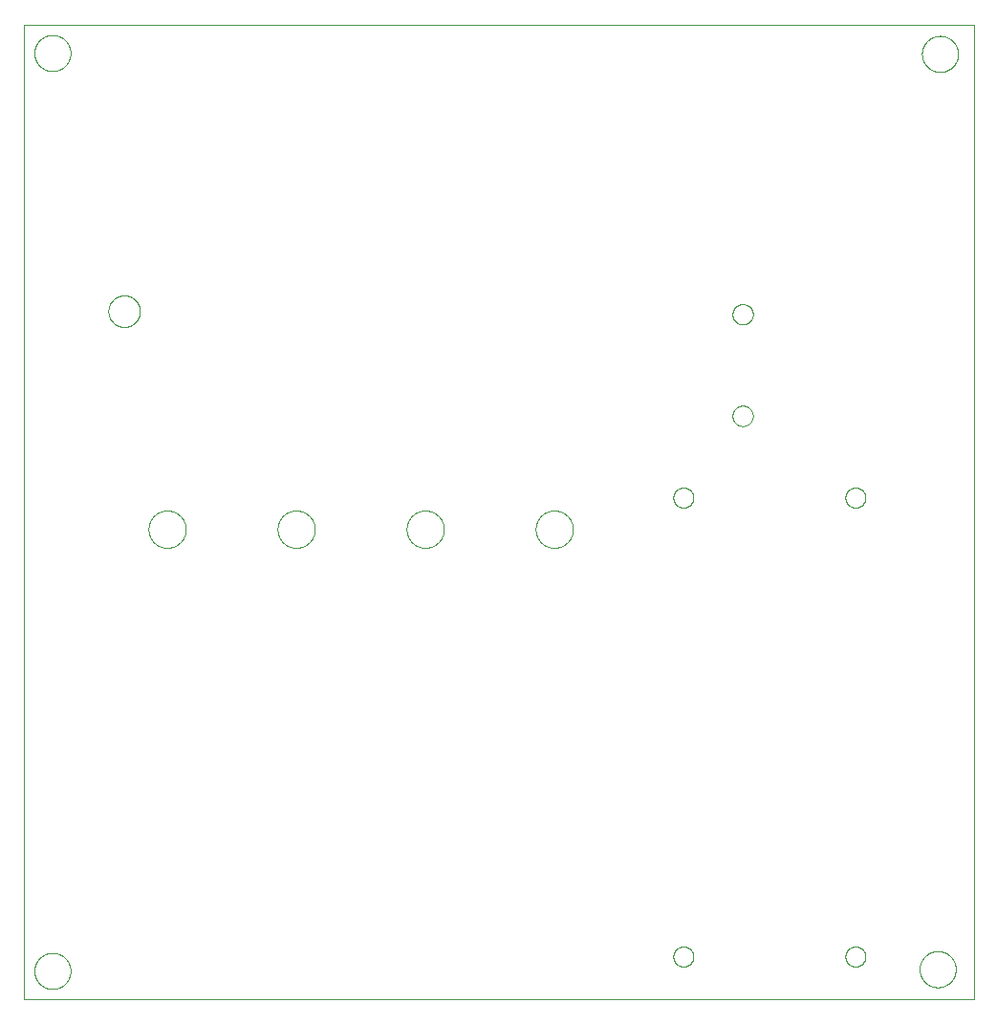
<source format=gbp>
G75*
%MOIN*%
%OFA0B0*%
%FSLAX25Y25*%
%IPPOS*%
%LPD*%
%AMOC8*
5,1,8,0,0,1.08239X$1,22.5*
%
%ADD10C,0.00000*%
D10*
X0001000Y0004000D02*
X0001000Y0343961D01*
X0332301Y0343961D01*
X0332301Y0004000D01*
X0001000Y0004000D01*
X0004701Y0014000D02*
X0004703Y0014158D01*
X0004709Y0014316D01*
X0004719Y0014474D01*
X0004733Y0014632D01*
X0004751Y0014789D01*
X0004772Y0014946D01*
X0004798Y0015102D01*
X0004828Y0015258D01*
X0004861Y0015413D01*
X0004899Y0015566D01*
X0004940Y0015719D01*
X0004985Y0015871D01*
X0005034Y0016022D01*
X0005087Y0016171D01*
X0005143Y0016319D01*
X0005203Y0016465D01*
X0005267Y0016610D01*
X0005335Y0016753D01*
X0005406Y0016895D01*
X0005480Y0017035D01*
X0005558Y0017172D01*
X0005640Y0017308D01*
X0005724Y0017442D01*
X0005813Y0017573D01*
X0005904Y0017702D01*
X0005999Y0017829D01*
X0006096Y0017954D01*
X0006197Y0018076D01*
X0006301Y0018195D01*
X0006408Y0018312D01*
X0006518Y0018426D01*
X0006631Y0018537D01*
X0006746Y0018646D01*
X0006864Y0018751D01*
X0006985Y0018853D01*
X0007108Y0018953D01*
X0007234Y0019049D01*
X0007362Y0019142D01*
X0007492Y0019232D01*
X0007625Y0019318D01*
X0007760Y0019402D01*
X0007896Y0019481D01*
X0008035Y0019558D01*
X0008176Y0019630D01*
X0008318Y0019700D01*
X0008462Y0019765D01*
X0008608Y0019827D01*
X0008755Y0019885D01*
X0008904Y0019940D01*
X0009054Y0019991D01*
X0009205Y0020038D01*
X0009357Y0020081D01*
X0009510Y0020120D01*
X0009665Y0020156D01*
X0009820Y0020187D01*
X0009976Y0020215D01*
X0010132Y0020239D01*
X0010289Y0020259D01*
X0010447Y0020275D01*
X0010604Y0020287D01*
X0010763Y0020295D01*
X0010921Y0020299D01*
X0011079Y0020299D01*
X0011237Y0020295D01*
X0011396Y0020287D01*
X0011553Y0020275D01*
X0011711Y0020259D01*
X0011868Y0020239D01*
X0012024Y0020215D01*
X0012180Y0020187D01*
X0012335Y0020156D01*
X0012490Y0020120D01*
X0012643Y0020081D01*
X0012795Y0020038D01*
X0012946Y0019991D01*
X0013096Y0019940D01*
X0013245Y0019885D01*
X0013392Y0019827D01*
X0013538Y0019765D01*
X0013682Y0019700D01*
X0013824Y0019630D01*
X0013965Y0019558D01*
X0014104Y0019481D01*
X0014240Y0019402D01*
X0014375Y0019318D01*
X0014508Y0019232D01*
X0014638Y0019142D01*
X0014766Y0019049D01*
X0014892Y0018953D01*
X0015015Y0018853D01*
X0015136Y0018751D01*
X0015254Y0018646D01*
X0015369Y0018537D01*
X0015482Y0018426D01*
X0015592Y0018312D01*
X0015699Y0018195D01*
X0015803Y0018076D01*
X0015904Y0017954D01*
X0016001Y0017829D01*
X0016096Y0017702D01*
X0016187Y0017573D01*
X0016276Y0017442D01*
X0016360Y0017308D01*
X0016442Y0017172D01*
X0016520Y0017035D01*
X0016594Y0016895D01*
X0016665Y0016753D01*
X0016733Y0016610D01*
X0016797Y0016465D01*
X0016857Y0016319D01*
X0016913Y0016171D01*
X0016966Y0016022D01*
X0017015Y0015871D01*
X0017060Y0015719D01*
X0017101Y0015566D01*
X0017139Y0015413D01*
X0017172Y0015258D01*
X0017202Y0015102D01*
X0017228Y0014946D01*
X0017249Y0014789D01*
X0017267Y0014632D01*
X0017281Y0014474D01*
X0017291Y0014316D01*
X0017297Y0014158D01*
X0017299Y0014000D01*
X0017297Y0013842D01*
X0017291Y0013684D01*
X0017281Y0013526D01*
X0017267Y0013368D01*
X0017249Y0013211D01*
X0017228Y0013054D01*
X0017202Y0012898D01*
X0017172Y0012742D01*
X0017139Y0012587D01*
X0017101Y0012434D01*
X0017060Y0012281D01*
X0017015Y0012129D01*
X0016966Y0011978D01*
X0016913Y0011829D01*
X0016857Y0011681D01*
X0016797Y0011535D01*
X0016733Y0011390D01*
X0016665Y0011247D01*
X0016594Y0011105D01*
X0016520Y0010965D01*
X0016442Y0010828D01*
X0016360Y0010692D01*
X0016276Y0010558D01*
X0016187Y0010427D01*
X0016096Y0010298D01*
X0016001Y0010171D01*
X0015904Y0010046D01*
X0015803Y0009924D01*
X0015699Y0009805D01*
X0015592Y0009688D01*
X0015482Y0009574D01*
X0015369Y0009463D01*
X0015254Y0009354D01*
X0015136Y0009249D01*
X0015015Y0009147D01*
X0014892Y0009047D01*
X0014766Y0008951D01*
X0014638Y0008858D01*
X0014508Y0008768D01*
X0014375Y0008682D01*
X0014240Y0008598D01*
X0014104Y0008519D01*
X0013965Y0008442D01*
X0013824Y0008370D01*
X0013682Y0008300D01*
X0013538Y0008235D01*
X0013392Y0008173D01*
X0013245Y0008115D01*
X0013096Y0008060D01*
X0012946Y0008009D01*
X0012795Y0007962D01*
X0012643Y0007919D01*
X0012490Y0007880D01*
X0012335Y0007844D01*
X0012180Y0007813D01*
X0012024Y0007785D01*
X0011868Y0007761D01*
X0011711Y0007741D01*
X0011553Y0007725D01*
X0011396Y0007713D01*
X0011237Y0007705D01*
X0011079Y0007701D01*
X0010921Y0007701D01*
X0010763Y0007705D01*
X0010604Y0007713D01*
X0010447Y0007725D01*
X0010289Y0007741D01*
X0010132Y0007761D01*
X0009976Y0007785D01*
X0009820Y0007813D01*
X0009665Y0007844D01*
X0009510Y0007880D01*
X0009357Y0007919D01*
X0009205Y0007962D01*
X0009054Y0008009D01*
X0008904Y0008060D01*
X0008755Y0008115D01*
X0008608Y0008173D01*
X0008462Y0008235D01*
X0008318Y0008300D01*
X0008176Y0008370D01*
X0008035Y0008442D01*
X0007896Y0008519D01*
X0007760Y0008598D01*
X0007625Y0008682D01*
X0007492Y0008768D01*
X0007362Y0008858D01*
X0007234Y0008951D01*
X0007108Y0009047D01*
X0006985Y0009147D01*
X0006864Y0009249D01*
X0006746Y0009354D01*
X0006631Y0009463D01*
X0006518Y0009574D01*
X0006408Y0009688D01*
X0006301Y0009805D01*
X0006197Y0009924D01*
X0006096Y0010046D01*
X0005999Y0010171D01*
X0005904Y0010298D01*
X0005813Y0010427D01*
X0005724Y0010558D01*
X0005640Y0010692D01*
X0005558Y0010828D01*
X0005480Y0010965D01*
X0005406Y0011105D01*
X0005335Y0011247D01*
X0005267Y0011390D01*
X0005203Y0011535D01*
X0005143Y0011681D01*
X0005087Y0011829D01*
X0005034Y0011978D01*
X0004985Y0012129D01*
X0004940Y0012281D01*
X0004899Y0012434D01*
X0004861Y0012587D01*
X0004828Y0012742D01*
X0004798Y0012898D01*
X0004772Y0013054D01*
X0004751Y0013211D01*
X0004733Y0013368D01*
X0004719Y0013526D01*
X0004709Y0013684D01*
X0004703Y0013842D01*
X0004701Y0014000D01*
X0044500Y0168000D02*
X0044502Y0168161D01*
X0044508Y0168321D01*
X0044518Y0168482D01*
X0044532Y0168642D01*
X0044550Y0168802D01*
X0044571Y0168961D01*
X0044597Y0169120D01*
X0044627Y0169278D01*
X0044660Y0169435D01*
X0044698Y0169592D01*
X0044739Y0169747D01*
X0044784Y0169901D01*
X0044833Y0170054D01*
X0044886Y0170206D01*
X0044942Y0170357D01*
X0045003Y0170506D01*
X0045066Y0170654D01*
X0045134Y0170800D01*
X0045205Y0170944D01*
X0045279Y0171086D01*
X0045357Y0171227D01*
X0045439Y0171365D01*
X0045524Y0171502D01*
X0045612Y0171636D01*
X0045704Y0171768D01*
X0045799Y0171898D01*
X0045897Y0172026D01*
X0045998Y0172151D01*
X0046102Y0172273D01*
X0046209Y0172393D01*
X0046319Y0172510D01*
X0046432Y0172625D01*
X0046548Y0172736D01*
X0046667Y0172845D01*
X0046788Y0172950D01*
X0046912Y0173053D01*
X0047038Y0173153D01*
X0047166Y0173249D01*
X0047297Y0173342D01*
X0047431Y0173432D01*
X0047566Y0173519D01*
X0047704Y0173602D01*
X0047843Y0173682D01*
X0047985Y0173758D01*
X0048128Y0173831D01*
X0048273Y0173900D01*
X0048420Y0173966D01*
X0048568Y0174028D01*
X0048718Y0174086D01*
X0048869Y0174141D01*
X0049022Y0174192D01*
X0049176Y0174239D01*
X0049331Y0174282D01*
X0049487Y0174321D01*
X0049643Y0174357D01*
X0049801Y0174388D01*
X0049959Y0174416D01*
X0050118Y0174440D01*
X0050278Y0174460D01*
X0050438Y0174476D01*
X0050598Y0174488D01*
X0050759Y0174496D01*
X0050920Y0174500D01*
X0051080Y0174500D01*
X0051241Y0174496D01*
X0051402Y0174488D01*
X0051562Y0174476D01*
X0051722Y0174460D01*
X0051882Y0174440D01*
X0052041Y0174416D01*
X0052199Y0174388D01*
X0052357Y0174357D01*
X0052513Y0174321D01*
X0052669Y0174282D01*
X0052824Y0174239D01*
X0052978Y0174192D01*
X0053131Y0174141D01*
X0053282Y0174086D01*
X0053432Y0174028D01*
X0053580Y0173966D01*
X0053727Y0173900D01*
X0053872Y0173831D01*
X0054015Y0173758D01*
X0054157Y0173682D01*
X0054296Y0173602D01*
X0054434Y0173519D01*
X0054569Y0173432D01*
X0054703Y0173342D01*
X0054834Y0173249D01*
X0054962Y0173153D01*
X0055088Y0173053D01*
X0055212Y0172950D01*
X0055333Y0172845D01*
X0055452Y0172736D01*
X0055568Y0172625D01*
X0055681Y0172510D01*
X0055791Y0172393D01*
X0055898Y0172273D01*
X0056002Y0172151D01*
X0056103Y0172026D01*
X0056201Y0171898D01*
X0056296Y0171768D01*
X0056388Y0171636D01*
X0056476Y0171502D01*
X0056561Y0171365D01*
X0056643Y0171227D01*
X0056721Y0171086D01*
X0056795Y0170944D01*
X0056866Y0170800D01*
X0056934Y0170654D01*
X0056997Y0170506D01*
X0057058Y0170357D01*
X0057114Y0170206D01*
X0057167Y0170054D01*
X0057216Y0169901D01*
X0057261Y0169747D01*
X0057302Y0169592D01*
X0057340Y0169435D01*
X0057373Y0169278D01*
X0057403Y0169120D01*
X0057429Y0168961D01*
X0057450Y0168802D01*
X0057468Y0168642D01*
X0057482Y0168482D01*
X0057492Y0168321D01*
X0057498Y0168161D01*
X0057500Y0168000D01*
X0057498Y0167839D01*
X0057492Y0167679D01*
X0057482Y0167518D01*
X0057468Y0167358D01*
X0057450Y0167198D01*
X0057429Y0167039D01*
X0057403Y0166880D01*
X0057373Y0166722D01*
X0057340Y0166565D01*
X0057302Y0166408D01*
X0057261Y0166253D01*
X0057216Y0166099D01*
X0057167Y0165946D01*
X0057114Y0165794D01*
X0057058Y0165643D01*
X0056997Y0165494D01*
X0056934Y0165346D01*
X0056866Y0165200D01*
X0056795Y0165056D01*
X0056721Y0164914D01*
X0056643Y0164773D01*
X0056561Y0164635D01*
X0056476Y0164498D01*
X0056388Y0164364D01*
X0056296Y0164232D01*
X0056201Y0164102D01*
X0056103Y0163974D01*
X0056002Y0163849D01*
X0055898Y0163727D01*
X0055791Y0163607D01*
X0055681Y0163490D01*
X0055568Y0163375D01*
X0055452Y0163264D01*
X0055333Y0163155D01*
X0055212Y0163050D01*
X0055088Y0162947D01*
X0054962Y0162847D01*
X0054834Y0162751D01*
X0054703Y0162658D01*
X0054569Y0162568D01*
X0054434Y0162481D01*
X0054296Y0162398D01*
X0054157Y0162318D01*
X0054015Y0162242D01*
X0053872Y0162169D01*
X0053727Y0162100D01*
X0053580Y0162034D01*
X0053432Y0161972D01*
X0053282Y0161914D01*
X0053131Y0161859D01*
X0052978Y0161808D01*
X0052824Y0161761D01*
X0052669Y0161718D01*
X0052513Y0161679D01*
X0052357Y0161643D01*
X0052199Y0161612D01*
X0052041Y0161584D01*
X0051882Y0161560D01*
X0051722Y0161540D01*
X0051562Y0161524D01*
X0051402Y0161512D01*
X0051241Y0161504D01*
X0051080Y0161500D01*
X0050920Y0161500D01*
X0050759Y0161504D01*
X0050598Y0161512D01*
X0050438Y0161524D01*
X0050278Y0161540D01*
X0050118Y0161560D01*
X0049959Y0161584D01*
X0049801Y0161612D01*
X0049643Y0161643D01*
X0049487Y0161679D01*
X0049331Y0161718D01*
X0049176Y0161761D01*
X0049022Y0161808D01*
X0048869Y0161859D01*
X0048718Y0161914D01*
X0048568Y0161972D01*
X0048420Y0162034D01*
X0048273Y0162100D01*
X0048128Y0162169D01*
X0047985Y0162242D01*
X0047843Y0162318D01*
X0047704Y0162398D01*
X0047566Y0162481D01*
X0047431Y0162568D01*
X0047297Y0162658D01*
X0047166Y0162751D01*
X0047038Y0162847D01*
X0046912Y0162947D01*
X0046788Y0163050D01*
X0046667Y0163155D01*
X0046548Y0163264D01*
X0046432Y0163375D01*
X0046319Y0163490D01*
X0046209Y0163607D01*
X0046102Y0163727D01*
X0045998Y0163849D01*
X0045897Y0163974D01*
X0045799Y0164102D01*
X0045704Y0164232D01*
X0045612Y0164364D01*
X0045524Y0164498D01*
X0045439Y0164635D01*
X0045357Y0164773D01*
X0045279Y0164914D01*
X0045205Y0165056D01*
X0045134Y0165200D01*
X0045066Y0165346D01*
X0045003Y0165494D01*
X0044942Y0165643D01*
X0044886Y0165794D01*
X0044833Y0165946D01*
X0044784Y0166099D01*
X0044739Y0166253D01*
X0044698Y0166408D01*
X0044660Y0166565D01*
X0044627Y0166722D01*
X0044597Y0166880D01*
X0044571Y0167039D01*
X0044550Y0167198D01*
X0044532Y0167358D01*
X0044518Y0167518D01*
X0044508Y0167679D01*
X0044502Y0167839D01*
X0044500Y0168000D01*
X0089500Y0168000D02*
X0089502Y0168161D01*
X0089508Y0168321D01*
X0089518Y0168482D01*
X0089532Y0168642D01*
X0089550Y0168802D01*
X0089571Y0168961D01*
X0089597Y0169120D01*
X0089627Y0169278D01*
X0089660Y0169435D01*
X0089698Y0169592D01*
X0089739Y0169747D01*
X0089784Y0169901D01*
X0089833Y0170054D01*
X0089886Y0170206D01*
X0089942Y0170357D01*
X0090003Y0170506D01*
X0090066Y0170654D01*
X0090134Y0170800D01*
X0090205Y0170944D01*
X0090279Y0171086D01*
X0090357Y0171227D01*
X0090439Y0171365D01*
X0090524Y0171502D01*
X0090612Y0171636D01*
X0090704Y0171768D01*
X0090799Y0171898D01*
X0090897Y0172026D01*
X0090998Y0172151D01*
X0091102Y0172273D01*
X0091209Y0172393D01*
X0091319Y0172510D01*
X0091432Y0172625D01*
X0091548Y0172736D01*
X0091667Y0172845D01*
X0091788Y0172950D01*
X0091912Y0173053D01*
X0092038Y0173153D01*
X0092166Y0173249D01*
X0092297Y0173342D01*
X0092431Y0173432D01*
X0092566Y0173519D01*
X0092704Y0173602D01*
X0092843Y0173682D01*
X0092985Y0173758D01*
X0093128Y0173831D01*
X0093273Y0173900D01*
X0093420Y0173966D01*
X0093568Y0174028D01*
X0093718Y0174086D01*
X0093869Y0174141D01*
X0094022Y0174192D01*
X0094176Y0174239D01*
X0094331Y0174282D01*
X0094487Y0174321D01*
X0094643Y0174357D01*
X0094801Y0174388D01*
X0094959Y0174416D01*
X0095118Y0174440D01*
X0095278Y0174460D01*
X0095438Y0174476D01*
X0095598Y0174488D01*
X0095759Y0174496D01*
X0095920Y0174500D01*
X0096080Y0174500D01*
X0096241Y0174496D01*
X0096402Y0174488D01*
X0096562Y0174476D01*
X0096722Y0174460D01*
X0096882Y0174440D01*
X0097041Y0174416D01*
X0097199Y0174388D01*
X0097357Y0174357D01*
X0097513Y0174321D01*
X0097669Y0174282D01*
X0097824Y0174239D01*
X0097978Y0174192D01*
X0098131Y0174141D01*
X0098282Y0174086D01*
X0098432Y0174028D01*
X0098580Y0173966D01*
X0098727Y0173900D01*
X0098872Y0173831D01*
X0099015Y0173758D01*
X0099157Y0173682D01*
X0099296Y0173602D01*
X0099434Y0173519D01*
X0099569Y0173432D01*
X0099703Y0173342D01*
X0099834Y0173249D01*
X0099962Y0173153D01*
X0100088Y0173053D01*
X0100212Y0172950D01*
X0100333Y0172845D01*
X0100452Y0172736D01*
X0100568Y0172625D01*
X0100681Y0172510D01*
X0100791Y0172393D01*
X0100898Y0172273D01*
X0101002Y0172151D01*
X0101103Y0172026D01*
X0101201Y0171898D01*
X0101296Y0171768D01*
X0101388Y0171636D01*
X0101476Y0171502D01*
X0101561Y0171365D01*
X0101643Y0171227D01*
X0101721Y0171086D01*
X0101795Y0170944D01*
X0101866Y0170800D01*
X0101934Y0170654D01*
X0101997Y0170506D01*
X0102058Y0170357D01*
X0102114Y0170206D01*
X0102167Y0170054D01*
X0102216Y0169901D01*
X0102261Y0169747D01*
X0102302Y0169592D01*
X0102340Y0169435D01*
X0102373Y0169278D01*
X0102403Y0169120D01*
X0102429Y0168961D01*
X0102450Y0168802D01*
X0102468Y0168642D01*
X0102482Y0168482D01*
X0102492Y0168321D01*
X0102498Y0168161D01*
X0102500Y0168000D01*
X0102498Y0167839D01*
X0102492Y0167679D01*
X0102482Y0167518D01*
X0102468Y0167358D01*
X0102450Y0167198D01*
X0102429Y0167039D01*
X0102403Y0166880D01*
X0102373Y0166722D01*
X0102340Y0166565D01*
X0102302Y0166408D01*
X0102261Y0166253D01*
X0102216Y0166099D01*
X0102167Y0165946D01*
X0102114Y0165794D01*
X0102058Y0165643D01*
X0101997Y0165494D01*
X0101934Y0165346D01*
X0101866Y0165200D01*
X0101795Y0165056D01*
X0101721Y0164914D01*
X0101643Y0164773D01*
X0101561Y0164635D01*
X0101476Y0164498D01*
X0101388Y0164364D01*
X0101296Y0164232D01*
X0101201Y0164102D01*
X0101103Y0163974D01*
X0101002Y0163849D01*
X0100898Y0163727D01*
X0100791Y0163607D01*
X0100681Y0163490D01*
X0100568Y0163375D01*
X0100452Y0163264D01*
X0100333Y0163155D01*
X0100212Y0163050D01*
X0100088Y0162947D01*
X0099962Y0162847D01*
X0099834Y0162751D01*
X0099703Y0162658D01*
X0099569Y0162568D01*
X0099434Y0162481D01*
X0099296Y0162398D01*
X0099157Y0162318D01*
X0099015Y0162242D01*
X0098872Y0162169D01*
X0098727Y0162100D01*
X0098580Y0162034D01*
X0098432Y0161972D01*
X0098282Y0161914D01*
X0098131Y0161859D01*
X0097978Y0161808D01*
X0097824Y0161761D01*
X0097669Y0161718D01*
X0097513Y0161679D01*
X0097357Y0161643D01*
X0097199Y0161612D01*
X0097041Y0161584D01*
X0096882Y0161560D01*
X0096722Y0161540D01*
X0096562Y0161524D01*
X0096402Y0161512D01*
X0096241Y0161504D01*
X0096080Y0161500D01*
X0095920Y0161500D01*
X0095759Y0161504D01*
X0095598Y0161512D01*
X0095438Y0161524D01*
X0095278Y0161540D01*
X0095118Y0161560D01*
X0094959Y0161584D01*
X0094801Y0161612D01*
X0094643Y0161643D01*
X0094487Y0161679D01*
X0094331Y0161718D01*
X0094176Y0161761D01*
X0094022Y0161808D01*
X0093869Y0161859D01*
X0093718Y0161914D01*
X0093568Y0161972D01*
X0093420Y0162034D01*
X0093273Y0162100D01*
X0093128Y0162169D01*
X0092985Y0162242D01*
X0092843Y0162318D01*
X0092704Y0162398D01*
X0092566Y0162481D01*
X0092431Y0162568D01*
X0092297Y0162658D01*
X0092166Y0162751D01*
X0092038Y0162847D01*
X0091912Y0162947D01*
X0091788Y0163050D01*
X0091667Y0163155D01*
X0091548Y0163264D01*
X0091432Y0163375D01*
X0091319Y0163490D01*
X0091209Y0163607D01*
X0091102Y0163727D01*
X0090998Y0163849D01*
X0090897Y0163974D01*
X0090799Y0164102D01*
X0090704Y0164232D01*
X0090612Y0164364D01*
X0090524Y0164498D01*
X0090439Y0164635D01*
X0090357Y0164773D01*
X0090279Y0164914D01*
X0090205Y0165056D01*
X0090134Y0165200D01*
X0090066Y0165346D01*
X0090003Y0165494D01*
X0089942Y0165643D01*
X0089886Y0165794D01*
X0089833Y0165946D01*
X0089784Y0166099D01*
X0089739Y0166253D01*
X0089698Y0166408D01*
X0089660Y0166565D01*
X0089627Y0166722D01*
X0089597Y0166880D01*
X0089571Y0167039D01*
X0089550Y0167198D01*
X0089532Y0167358D01*
X0089518Y0167518D01*
X0089508Y0167679D01*
X0089502Y0167839D01*
X0089500Y0168000D01*
X0134500Y0168000D02*
X0134502Y0168161D01*
X0134508Y0168321D01*
X0134518Y0168482D01*
X0134532Y0168642D01*
X0134550Y0168802D01*
X0134571Y0168961D01*
X0134597Y0169120D01*
X0134627Y0169278D01*
X0134660Y0169435D01*
X0134698Y0169592D01*
X0134739Y0169747D01*
X0134784Y0169901D01*
X0134833Y0170054D01*
X0134886Y0170206D01*
X0134942Y0170357D01*
X0135003Y0170506D01*
X0135066Y0170654D01*
X0135134Y0170800D01*
X0135205Y0170944D01*
X0135279Y0171086D01*
X0135357Y0171227D01*
X0135439Y0171365D01*
X0135524Y0171502D01*
X0135612Y0171636D01*
X0135704Y0171768D01*
X0135799Y0171898D01*
X0135897Y0172026D01*
X0135998Y0172151D01*
X0136102Y0172273D01*
X0136209Y0172393D01*
X0136319Y0172510D01*
X0136432Y0172625D01*
X0136548Y0172736D01*
X0136667Y0172845D01*
X0136788Y0172950D01*
X0136912Y0173053D01*
X0137038Y0173153D01*
X0137166Y0173249D01*
X0137297Y0173342D01*
X0137431Y0173432D01*
X0137566Y0173519D01*
X0137704Y0173602D01*
X0137843Y0173682D01*
X0137985Y0173758D01*
X0138128Y0173831D01*
X0138273Y0173900D01*
X0138420Y0173966D01*
X0138568Y0174028D01*
X0138718Y0174086D01*
X0138869Y0174141D01*
X0139022Y0174192D01*
X0139176Y0174239D01*
X0139331Y0174282D01*
X0139487Y0174321D01*
X0139643Y0174357D01*
X0139801Y0174388D01*
X0139959Y0174416D01*
X0140118Y0174440D01*
X0140278Y0174460D01*
X0140438Y0174476D01*
X0140598Y0174488D01*
X0140759Y0174496D01*
X0140920Y0174500D01*
X0141080Y0174500D01*
X0141241Y0174496D01*
X0141402Y0174488D01*
X0141562Y0174476D01*
X0141722Y0174460D01*
X0141882Y0174440D01*
X0142041Y0174416D01*
X0142199Y0174388D01*
X0142357Y0174357D01*
X0142513Y0174321D01*
X0142669Y0174282D01*
X0142824Y0174239D01*
X0142978Y0174192D01*
X0143131Y0174141D01*
X0143282Y0174086D01*
X0143432Y0174028D01*
X0143580Y0173966D01*
X0143727Y0173900D01*
X0143872Y0173831D01*
X0144015Y0173758D01*
X0144157Y0173682D01*
X0144296Y0173602D01*
X0144434Y0173519D01*
X0144569Y0173432D01*
X0144703Y0173342D01*
X0144834Y0173249D01*
X0144962Y0173153D01*
X0145088Y0173053D01*
X0145212Y0172950D01*
X0145333Y0172845D01*
X0145452Y0172736D01*
X0145568Y0172625D01*
X0145681Y0172510D01*
X0145791Y0172393D01*
X0145898Y0172273D01*
X0146002Y0172151D01*
X0146103Y0172026D01*
X0146201Y0171898D01*
X0146296Y0171768D01*
X0146388Y0171636D01*
X0146476Y0171502D01*
X0146561Y0171365D01*
X0146643Y0171227D01*
X0146721Y0171086D01*
X0146795Y0170944D01*
X0146866Y0170800D01*
X0146934Y0170654D01*
X0146997Y0170506D01*
X0147058Y0170357D01*
X0147114Y0170206D01*
X0147167Y0170054D01*
X0147216Y0169901D01*
X0147261Y0169747D01*
X0147302Y0169592D01*
X0147340Y0169435D01*
X0147373Y0169278D01*
X0147403Y0169120D01*
X0147429Y0168961D01*
X0147450Y0168802D01*
X0147468Y0168642D01*
X0147482Y0168482D01*
X0147492Y0168321D01*
X0147498Y0168161D01*
X0147500Y0168000D01*
X0147498Y0167839D01*
X0147492Y0167679D01*
X0147482Y0167518D01*
X0147468Y0167358D01*
X0147450Y0167198D01*
X0147429Y0167039D01*
X0147403Y0166880D01*
X0147373Y0166722D01*
X0147340Y0166565D01*
X0147302Y0166408D01*
X0147261Y0166253D01*
X0147216Y0166099D01*
X0147167Y0165946D01*
X0147114Y0165794D01*
X0147058Y0165643D01*
X0146997Y0165494D01*
X0146934Y0165346D01*
X0146866Y0165200D01*
X0146795Y0165056D01*
X0146721Y0164914D01*
X0146643Y0164773D01*
X0146561Y0164635D01*
X0146476Y0164498D01*
X0146388Y0164364D01*
X0146296Y0164232D01*
X0146201Y0164102D01*
X0146103Y0163974D01*
X0146002Y0163849D01*
X0145898Y0163727D01*
X0145791Y0163607D01*
X0145681Y0163490D01*
X0145568Y0163375D01*
X0145452Y0163264D01*
X0145333Y0163155D01*
X0145212Y0163050D01*
X0145088Y0162947D01*
X0144962Y0162847D01*
X0144834Y0162751D01*
X0144703Y0162658D01*
X0144569Y0162568D01*
X0144434Y0162481D01*
X0144296Y0162398D01*
X0144157Y0162318D01*
X0144015Y0162242D01*
X0143872Y0162169D01*
X0143727Y0162100D01*
X0143580Y0162034D01*
X0143432Y0161972D01*
X0143282Y0161914D01*
X0143131Y0161859D01*
X0142978Y0161808D01*
X0142824Y0161761D01*
X0142669Y0161718D01*
X0142513Y0161679D01*
X0142357Y0161643D01*
X0142199Y0161612D01*
X0142041Y0161584D01*
X0141882Y0161560D01*
X0141722Y0161540D01*
X0141562Y0161524D01*
X0141402Y0161512D01*
X0141241Y0161504D01*
X0141080Y0161500D01*
X0140920Y0161500D01*
X0140759Y0161504D01*
X0140598Y0161512D01*
X0140438Y0161524D01*
X0140278Y0161540D01*
X0140118Y0161560D01*
X0139959Y0161584D01*
X0139801Y0161612D01*
X0139643Y0161643D01*
X0139487Y0161679D01*
X0139331Y0161718D01*
X0139176Y0161761D01*
X0139022Y0161808D01*
X0138869Y0161859D01*
X0138718Y0161914D01*
X0138568Y0161972D01*
X0138420Y0162034D01*
X0138273Y0162100D01*
X0138128Y0162169D01*
X0137985Y0162242D01*
X0137843Y0162318D01*
X0137704Y0162398D01*
X0137566Y0162481D01*
X0137431Y0162568D01*
X0137297Y0162658D01*
X0137166Y0162751D01*
X0137038Y0162847D01*
X0136912Y0162947D01*
X0136788Y0163050D01*
X0136667Y0163155D01*
X0136548Y0163264D01*
X0136432Y0163375D01*
X0136319Y0163490D01*
X0136209Y0163607D01*
X0136102Y0163727D01*
X0135998Y0163849D01*
X0135897Y0163974D01*
X0135799Y0164102D01*
X0135704Y0164232D01*
X0135612Y0164364D01*
X0135524Y0164498D01*
X0135439Y0164635D01*
X0135357Y0164773D01*
X0135279Y0164914D01*
X0135205Y0165056D01*
X0135134Y0165200D01*
X0135066Y0165346D01*
X0135003Y0165494D01*
X0134942Y0165643D01*
X0134886Y0165794D01*
X0134833Y0165946D01*
X0134784Y0166099D01*
X0134739Y0166253D01*
X0134698Y0166408D01*
X0134660Y0166565D01*
X0134627Y0166722D01*
X0134597Y0166880D01*
X0134571Y0167039D01*
X0134550Y0167198D01*
X0134532Y0167358D01*
X0134518Y0167518D01*
X0134508Y0167679D01*
X0134502Y0167839D01*
X0134500Y0168000D01*
X0179500Y0168000D02*
X0179502Y0168161D01*
X0179508Y0168321D01*
X0179518Y0168482D01*
X0179532Y0168642D01*
X0179550Y0168802D01*
X0179571Y0168961D01*
X0179597Y0169120D01*
X0179627Y0169278D01*
X0179660Y0169435D01*
X0179698Y0169592D01*
X0179739Y0169747D01*
X0179784Y0169901D01*
X0179833Y0170054D01*
X0179886Y0170206D01*
X0179942Y0170357D01*
X0180003Y0170506D01*
X0180066Y0170654D01*
X0180134Y0170800D01*
X0180205Y0170944D01*
X0180279Y0171086D01*
X0180357Y0171227D01*
X0180439Y0171365D01*
X0180524Y0171502D01*
X0180612Y0171636D01*
X0180704Y0171768D01*
X0180799Y0171898D01*
X0180897Y0172026D01*
X0180998Y0172151D01*
X0181102Y0172273D01*
X0181209Y0172393D01*
X0181319Y0172510D01*
X0181432Y0172625D01*
X0181548Y0172736D01*
X0181667Y0172845D01*
X0181788Y0172950D01*
X0181912Y0173053D01*
X0182038Y0173153D01*
X0182166Y0173249D01*
X0182297Y0173342D01*
X0182431Y0173432D01*
X0182566Y0173519D01*
X0182704Y0173602D01*
X0182843Y0173682D01*
X0182985Y0173758D01*
X0183128Y0173831D01*
X0183273Y0173900D01*
X0183420Y0173966D01*
X0183568Y0174028D01*
X0183718Y0174086D01*
X0183869Y0174141D01*
X0184022Y0174192D01*
X0184176Y0174239D01*
X0184331Y0174282D01*
X0184487Y0174321D01*
X0184643Y0174357D01*
X0184801Y0174388D01*
X0184959Y0174416D01*
X0185118Y0174440D01*
X0185278Y0174460D01*
X0185438Y0174476D01*
X0185598Y0174488D01*
X0185759Y0174496D01*
X0185920Y0174500D01*
X0186080Y0174500D01*
X0186241Y0174496D01*
X0186402Y0174488D01*
X0186562Y0174476D01*
X0186722Y0174460D01*
X0186882Y0174440D01*
X0187041Y0174416D01*
X0187199Y0174388D01*
X0187357Y0174357D01*
X0187513Y0174321D01*
X0187669Y0174282D01*
X0187824Y0174239D01*
X0187978Y0174192D01*
X0188131Y0174141D01*
X0188282Y0174086D01*
X0188432Y0174028D01*
X0188580Y0173966D01*
X0188727Y0173900D01*
X0188872Y0173831D01*
X0189015Y0173758D01*
X0189157Y0173682D01*
X0189296Y0173602D01*
X0189434Y0173519D01*
X0189569Y0173432D01*
X0189703Y0173342D01*
X0189834Y0173249D01*
X0189962Y0173153D01*
X0190088Y0173053D01*
X0190212Y0172950D01*
X0190333Y0172845D01*
X0190452Y0172736D01*
X0190568Y0172625D01*
X0190681Y0172510D01*
X0190791Y0172393D01*
X0190898Y0172273D01*
X0191002Y0172151D01*
X0191103Y0172026D01*
X0191201Y0171898D01*
X0191296Y0171768D01*
X0191388Y0171636D01*
X0191476Y0171502D01*
X0191561Y0171365D01*
X0191643Y0171227D01*
X0191721Y0171086D01*
X0191795Y0170944D01*
X0191866Y0170800D01*
X0191934Y0170654D01*
X0191997Y0170506D01*
X0192058Y0170357D01*
X0192114Y0170206D01*
X0192167Y0170054D01*
X0192216Y0169901D01*
X0192261Y0169747D01*
X0192302Y0169592D01*
X0192340Y0169435D01*
X0192373Y0169278D01*
X0192403Y0169120D01*
X0192429Y0168961D01*
X0192450Y0168802D01*
X0192468Y0168642D01*
X0192482Y0168482D01*
X0192492Y0168321D01*
X0192498Y0168161D01*
X0192500Y0168000D01*
X0192498Y0167839D01*
X0192492Y0167679D01*
X0192482Y0167518D01*
X0192468Y0167358D01*
X0192450Y0167198D01*
X0192429Y0167039D01*
X0192403Y0166880D01*
X0192373Y0166722D01*
X0192340Y0166565D01*
X0192302Y0166408D01*
X0192261Y0166253D01*
X0192216Y0166099D01*
X0192167Y0165946D01*
X0192114Y0165794D01*
X0192058Y0165643D01*
X0191997Y0165494D01*
X0191934Y0165346D01*
X0191866Y0165200D01*
X0191795Y0165056D01*
X0191721Y0164914D01*
X0191643Y0164773D01*
X0191561Y0164635D01*
X0191476Y0164498D01*
X0191388Y0164364D01*
X0191296Y0164232D01*
X0191201Y0164102D01*
X0191103Y0163974D01*
X0191002Y0163849D01*
X0190898Y0163727D01*
X0190791Y0163607D01*
X0190681Y0163490D01*
X0190568Y0163375D01*
X0190452Y0163264D01*
X0190333Y0163155D01*
X0190212Y0163050D01*
X0190088Y0162947D01*
X0189962Y0162847D01*
X0189834Y0162751D01*
X0189703Y0162658D01*
X0189569Y0162568D01*
X0189434Y0162481D01*
X0189296Y0162398D01*
X0189157Y0162318D01*
X0189015Y0162242D01*
X0188872Y0162169D01*
X0188727Y0162100D01*
X0188580Y0162034D01*
X0188432Y0161972D01*
X0188282Y0161914D01*
X0188131Y0161859D01*
X0187978Y0161808D01*
X0187824Y0161761D01*
X0187669Y0161718D01*
X0187513Y0161679D01*
X0187357Y0161643D01*
X0187199Y0161612D01*
X0187041Y0161584D01*
X0186882Y0161560D01*
X0186722Y0161540D01*
X0186562Y0161524D01*
X0186402Y0161512D01*
X0186241Y0161504D01*
X0186080Y0161500D01*
X0185920Y0161500D01*
X0185759Y0161504D01*
X0185598Y0161512D01*
X0185438Y0161524D01*
X0185278Y0161540D01*
X0185118Y0161560D01*
X0184959Y0161584D01*
X0184801Y0161612D01*
X0184643Y0161643D01*
X0184487Y0161679D01*
X0184331Y0161718D01*
X0184176Y0161761D01*
X0184022Y0161808D01*
X0183869Y0161859D01*
X0183718Y0161914D01*
X0183568Y0161972D01*
X0183420Y0162034D01*
X0183273Y0162100D01*
X0183128Y0162169D01*
X0182985Y0162242D01*
X0182843Y0162318D01*
X0182704Y0162398D01*
X0182566Y0162481D01*
X0182431Y0162568D01*
X0182297Y0162658D01*
X0182166Y0162751D01*
X0182038Y0162847D01*
X0181912Y0162947D01*
X0181788Y0163050D01*
X0181667Y0163155D01*
X0181548Y0163264D01*
X0181432Y0163375D01*
X0181319Y0163490D01*
X0181209Y0163607D01*
X0181102Y0163727D01*
X0180998Y0163849D01*
X0180897Y0163974D01*
X0180799Y0164102D01*
X0180704Y0164232D01*
X0180612Y0164364D01*
X0180524Y0164498D01*
X0180439Y0164635D01*
X0180357Y0164773D01*
X0180279Y0164914D01*
X0180205Y0165056D01*
X0180134Y0165200D01*
X0180066Y0165346D01*
X0180003Y0165494D01*
X0179942Y0165643D01*
X0179886Y0165794D01*
X0179833Y0165946D01*
X0179784Y0166099D01*
X0179739Y0166253D01*
X0179698Y0166408D01*
X0179660Y0166565D01*
X0179627Y0166722D01*
X0179597Y0166880D01*
X0179571Y0167039D01*
X0179550Y0167198D01*
X0179532Y0167358D01*
X0179518Y0167518D01*
X0179508Y0167679D01*
X0179502Y0167839D01*
X0179500Y0168000D01*
X0227500Y0179000D02*
X0227502Y0179118D01*
X0227508Y0179236D01*
X0227518Y0179354D01*
X0227532Y0179471D01*
X0227550Y0179588D01*
X0227572Y0179705D01*
X0227597Y0179820D01*
X0227627Y0179934D01*
X0227661Y0180048D01*
X0227698Y0180160D01*
X0227739Y0180271D01*
X0227784Y0180380D01*
X0227832Y0180488D01*
X0227884Y0180594D01*
X0227940Y0180699D01*
X0227999Y0180801D01*
X0228061Y0180901D01*
X0228127Y0180999D01*
X0228196Y0181095D01*
X0228269Y0181189D01*
X0228344Y0181280D01*
X0228423Y0181368D01*
X0228504Y0181454D01*
X0228589Y0181537D01*
X0228676Y0181617D01*
X0228765Y0181694D01*
X0228858Y0181768D01*
X0228952Y0181838D01*
X0229049Y0181906D01*
X0229149Y0181970D01*
X0229250Y0182031D01*
X0229353Y0182088D01*
X0229459Y0182142D01*
X0229566Y0182193D01*
X0229674Y0182239D01*
X0229784Y0182282D01*
X0229896Y0182321D01*
X0230009Y0182357D01*
X0230123Y0182388D01*
X0230238Y0182416D01*
X0230353Y0182440D01*
X0230470Y0182460D01*
X0230587Y0182476D01*
X0230705Y0182488D01*
X0230823Y0182496D01*
X0230941Y0182500D01*
X0231059Y0182500D01*
X0231177Y0182496D01*
X0231295Y0182488D01*
X0231413Y0182476D01*
X0231530Y0182460D01*
X0231647Y0182440D01*
X0231762Y0182416D01*
X0231877Y0182388D01*
X0231991Y0182357D01*
X0232104Y0182321D01*
X0232216Y0182282D01*
X0232326Y0182239D01*
X0232434Y0182193D01*
X0232541Y0182142D01*
X0232647Y0182088D01*
X0232750Y0182031D01*
X0232851Y0181970D01*
X0232951Y0181906D01*
X0233048Y0181838D01*
X0233142Y0181768D01*
X0233235Y0181694D01*
X0233324Y0181617D01*
X0233411Y0181537D01*
X0233496Y0181454D01*
X0233577Y0181368D01*
X0233656Y0181280D01*
X0233731Y0181189D01*
X0233804Y0181095D01*
X0233873Y0180999D01*
X0233939Y0180901D01*
X0234001Y0180801D01*
X0234060Y0180699D01*
X0234116Y0180594D01*
X0234168Y0180488D01*
X0234216Y0180380D01*
X0234261Y0180271D01*
X0234302Y0180160D01*
X0234339Y0180048D01*
X0234373Y0179934D01*
X0234403Y0179820D01*
X0234428Y0179705D01*
X0234450Y0179588D01*
X0234468Y0179471D01*
X0234482Y0179354D01*
X0234492Y0179236D01*
X0234498Y0179118D01*
X0234500Y0179000D01*
X0234498Y0178882D01*
X0234492Y0178764D01*
X0234482Y0178646D01*
X0234468Y0178529D01*
X0234450Y0178412D01*
X0234428Y0178295D01*
X0234403Y0178180D01*
X0234373Y0178066D01*
X0234339Y0177952D01*
X0234302Y0177840D01*
X0234261Y0177729D01*
X0234216Y0177620D01*
X0234168Y0177512D01*
X0234116Y0177406D01*
X0234060Y0177301D01*
X0234001Y0177199D01*
X0233939Y0177099D01*
X0233873Y0177001D01*
X0233804Y0176905D01*
X0233731Y0176811D01*
X0233656Y0176720D01*
X0233577Y0176632D01*
X0233496Y0176546D01*
X0233411Y0176463D01*
X0233324Y0176383D01*
X0233235Y0176306D01*
X0233142Y0176232D01*
X0233048Y0176162D01*
X0232951Y0176094D01*
X0232851Y0176030D01*
X0232750Y0175969D01*
X0232647Y0175912D01*
X0232541Y0175858D01*
X0232434Y0175807D01*
X0232326Y0175761D01*
X0232216Y0175718D01*
X0232104Y0175679D01*
X0231991Y0175643D01*
X0231877Y0175612D01*
X0231762Y0175584D01*
X0231647Y0175560D01*
X0231530Y0175540D01*
X0231413Y0175524D01*
X0231295Y0175512D01*
X0231177Y0175504D01*
X0231059Y0175500D01*
X0230941Y0175500D01*
X0230823Y0175504D01*
X0230705Y0175512D01*
X0230587Y0175524D01*
X0230470Y0175540D01*
X0230353Y0175560D01*
X0230238Y0175584D01*
X0230123Y0175612D01*
X0230009Y0175643D01*
X0229896Y0175679D01*
X0229784Y0175718D01*
X0229674Y0175761D01*
X0229566Y0175807D01*
X0229459Y0175858D01*
X0229353Y0175912D01*
X0229250Y0175969D01*
X0229149Y0176030D01*
X0229049Y0176094D01*
X0228952Y0176162D01*
X0228858Y0176232D01*
X0228765Y0176306D01*
X0228676Y0176383D01*
X0228589Y0176463D01*
X0228504Y0176546D01*
X0228423Y0176632D01*
X0228344Y0176720D01*
X0228269Y0176811D01*
X0228196Y0176905D01*
X0228127Y0177001D01*
X0228061Y0177099D01*
X0227999Y0177199D01*
X0227940Y0177301D01*
X0227884Y0177406D01*
X0227832Y0177512D01*
X0227784Y0177620D01*
X0227739Y0177729D01*
X0227698Y0177840D01*
X0227661Y0177952D01*
X0227627Y0178066D01*
X0227597Y0178180D01*
X0227572Y0178295D01*
X0227550Y0178412D01*
X0227532Y0178529D01*
X0227518Y0178646D01*
X0227508Y0178764D01*
X0227502Y0178882D01*
X0227500Y0179000D01*
X0248150Y0207500D02*
X0248152Y0207619D01*
X0248158Y0207737D01*
X0248168Y0207855D01*
X0248182Y0207973D01*
X0248199Y0208090D01*
X0248221Y0208207D01*
X0248247Y0208323D01*
X0248276Y0208438D01*
X0248309Y0208552D01*
X0248346Y0208664D01*
X0248387Y0208776D01*
X0248432Y0208886D01*
X0248480Y0208994D01*
X0248532Y0209101D01*
X0248587Y0209206D01*
X0248646Y0209309D01*
X0248708Y0209410D01*
X0248773Y0209509D01*
X0248842Y0209606D01*
X0248914Y0209700D01*
X0248989Y0209792D01*
X0249067Y0209881D01*
X0249148Y0209968D01*
X0249232Y0210052D01*
X0249319Y0210133D01*
X0249408Y0210211D01*
X0249500Y0210286D01*
X0249594Y0210358D01*
X0249691Y0210427D01*
X0249790Y0210492D01*
X0249891Y0210554D01*
X0249994Y0210613D01*
X0250099Y0210668D01*
X0250206Y0210720D01*
X0250314Y0210768D01*
X0250424Y0210813D01*
X0250536Y0210854D01*
X0250648Y0210891D01*
X0250762Y0210924D01*
X0250877Y0210953D01*
X0250993Y0210979D01*
X0251110Y0211001D01*
X0251227Y0211018D01*
X0251345Y0211032D01*
X0251463Y0211042D01*
X0251581Y0211048D01*
X0251700Y0211050D01*
X0251819Y0211048D01*
X0251937Y0211042D01*
X0252055Y0211032D01*
X0252173Y0211018D01*
X0252290Y0211001D01*
X0252407Y0210979D01*
X0252523Y0210953D01*
X0252638Y0210924D01*
X0252752Y0210891D01*
X0252864Y0210854D01*
X0252976Y0210813D01*
X0253086Y0210768D01*
X0253194Y0210720D01*
X0253301Y0210668D01*
X0253406Y0210613D01*
X0253509Y0210554D01*
X0253610Y0210492D01*
X0253709Y0210427D01*
X0253806Y0210358D01*
X0253900Y0210286D01*
X0253992Y0210211D01*
X0254081Y0210133D01*
X0254168Y0210052D01*
X0254252Y0209968D01*
X0254333Y0209881D01*
X0254411Y0209792D01*
X0254486Y0209700D01*
X0254558Y0209606D01*
X0254627Y0209509D01*
X0254692Y0209410D01*
X0254754Y0209309D01*
X0254813Y0209206D01*
X0254868Y0209101D01*
X0254920Y0208994D01*
X0254968Y0208886D01*
X0255013Y0208776D01*
X0255054Y0208664D01*
X0255091Y0208552D01*
X0255124Y0208438D01*
X0255153Y0208323D01*
X0255179Y0208207D01*
X0255201Y0208090D01*
X0255218Y0207973D01*
X0255232Y0207855D01*
X0255242Y0207737D01*
X0255248Y0207619D01*
X0255250Y0207500D01*
X0255248Y0207381D01*
X0255242Y0207263D01*
X0255232Y0207145D01*
X0255218Y0207027D01*
X0255201Y0206910D01*
X0255179Y0206793D01*
X0255153Y0206677D01*
X0255124Y0206562D01*
X0255091Y0206448D01*
X0255054Y0206336D01*
X0255013Y0206224D01*
X0254968Y0206114D01*
X0254920Y0206006D01*
X0254868Y0205899D01*
X0254813Y0205794D01*
X0254754Y0205691D01*
X0254692Y0205590D01*
X0254627Y0205491D01*
X0254558Y0205394D01*
X0254486Y0205300D01*
X0254411Y0205208D01*
X0254333Y0205119D01*
X0254252Y0205032D01*
X0254168Y0204948D01*
X0254081Y0204867D01*
X0253992Y0204789D01*
X0253900Y0204714D01*
X0253806Y0204642D01*
X0253709Y0204573D01*
X0253610Y0204508D01*
X0253509Y0204446D01*
X0253406Y0204387D01*
X0253301Y0204332D01*
X0253194Y0204280D01*
X0253086Y0204232D01*
X0252976Y0204187D01*
X0252864Y0204146D01*
X0252752Y0204109D01*
X0252638Y0204076D01*
X0252523Y0204047D01*
X0252407Y0204021D01*
X0252290Y0203999D01*
X0252173Y0203982D01*
X0252055Y0203968D01*
X0251937Y0203958D01*
X0251819Y0203952D01*
X0251700Y0203950D01*
X0251581Y0203952D01*
X0251463Y0203958D01*
X0251345Y0203968D01*
X0251227Y0203982D01*
X0251110Y0203999D01*
X0250993Y0204021D01*
X0250877Y0204047D01*
X0250762Y0204076D01*
X0250648Y0204109D01*
X0250536Y0204146D01*
X0250424Y0204187D01*
X0250314Y0204232D01*
X0250206Y0204280D01*
X0250099Y0204332D01*
X0249994Y0204387D01*
X0249891Y0204446D01*
X0249790Y0204508D01*
X0249691Y0204573D01*
X0249594Y0204642D01*
X0249500Y0204714D01*
X0249408Y0204789D01*
X0249319Y0204867D01*
X0249232Y0204948D01*
X0249148Y0205032D01*
X0249067Y0205119D01*
X0248989Y0205208D01*
X0248914Y0205300D01*
X0248842Y0205394D01*
X0248773Y0205491D01*
X0248708Y0205590D01*
X0248646Y0205691D01*
X0248587Y0205794D01*
X0248532Y0205899D01*
X0248480Y0206006D01*
X0248432Y0206114D01*
X0248387Y0206224D01*
X0248346Y0206336D01*
X0248309Y0206448D01*
X0248276Y0206562D01*
X0248247Y0206677D01*
X0248221Y0206793D01*
X0248199Y0206910D01*
X0248182Y0207027D01*
X0248168Y0207145D01*
X0248158Y0207263D01*
X0248152Y0207381D01*
X0248150Y0207500D01*
X0248150Y0242900D02*
X0248152Y0243019D01*
X0248158Y0243137D01*
X0248168Y0243255D01*
X0248182Y0243373D01*
X0248199Y0243490D01*
X0248221Y0243607D01*
X0248247Y0243723D01*
X0248276Y0243838D01*
X0248309Y0243952D01*
X0248346Y0244064D01*
X0248387Y0244176D01*
X0248432Y0244286D01*
X0248480Y0244394D01*
X0248532Y0244501D01*
X0248587Y0244606D01*
X0248646Y0244709D01*
X0248708Y0244810D01*
X0248773Y0244909D01*
X0248842Y0245006D01*
X0248914Y0245100D01*
X0248989Y0245192D01*
X0249067Y0245281D01*
X0249148Y0245368D01*
X0249232Y0245452D01*
X0249319Y0245533D01*
X0249408Y0245611D01*
X0249500Y0245686D01*
X0249594Y0245758D01*
X0249691Y0245827D01*
X0249790Y0245892D01*
X0249891Y0245954D01*
X0249994Y0246013D01*
X0250099Y0246068D01*
X0250206Y0246120D01*
X0250314Y0246168D01*
X0250424Y0246213D01*
X0250536Y0246254D01*
X0250648Y0246291D01*
X0250762Y0246324D01*
X0250877Y0246353D01*
X0250993Y0246379D01*
X0251110Y0246401D01*
X0251227Y0246418D01*
X0251345Y0246432D01*
X0251463Y0246442D01*
X0251581Y0246448D01*
X0251700Y0246450D01*
X0251819Y0246448D01*
X0251937Y0246442D01*
X0252055Y0246432D01*
X0252173Y0246418D01*
X0252290Y0246401D01*
X0252407Y0246379D01*
X0252523Y0246353D01*
X0252638Y0246324D01*
X0252752Y0246291D01*
X0252864Y0246254D01*
X0252976Y0246213D01*
X0253086Y0246168D01*
X0253194Y0246120D01*
X0253301Y0246068D01*
X0253406Y0246013D01*
X0253509Y0245954D01*
X0253610Y0245892D01*
X0253709Y0245827D01*
X0253806Y0245758D01*
X0253900Y0245686D01*
X0253992Y0245611D01*
X0254081Y0245533D01*
X0254168Y0245452D01*
X0254252Y0245368D01*
X0254333Y0245281D01*
X0254411Y0245192D01*
X0254486Y0245100D01*
X0254558Y0245006D01*
X0254627Y0244909D01*
X0254692Y0244810D01*
X0254754Y0244709D01*
X0254813Y0244606D01*
X0254868Y0244501D01*
X0254920Y0244394D01*
X0254968Y0244286D01*
X0255013Y0244176D01*
X0255054Y0244064D01*
X0255091Y0243952D01*
X0255124Y0243838D01*
X0255153Y0243723D01*
X0255179Y0243607D01*
X0255201Y0243490D01*
X0255218Y0243373D01*
X0255232Y0243255D01*
X0255242Y0243137D01*
X0255248Y0243019D01*
X0255250Y0242900D01*
X0255248Y0242781D01*
X0255242Y0242663D01*
X0255232Y0242545D01*
X0255218Y0242427D01*
X0255201Y0242310D01*
X0255179Y0242193D01*
X0255153Y0242077D01*
X0255124Y0241962D01*
X0255091Y0241848D01*
X0255054Y0241736D01*
X0255013Y0241624D01*
X0254968Y0241514D01*
X0254920Y0241406D01*
X0254868Y0241299D01*
X0254813Y0241194D01*
X0254754Y0241091D01*
X0254692Y0240990D01*
X0254627Y0240891D01*
X0254558Y0240794D01*
X0254486Y0240700D01*
X0254411Y0240608D01*
X0254333Y0240519D01*
X0254252Y0240432D01*
X0254168Y0240348D01*
X0254081Y0240267D01*
X0253992Y0240189D01*
X0253900Y0240114D01*
X0253806Y0240042D01*
X0253709Y0239973D01*
X0253610Y0239908D01*
X0253509Y0239846D01*
X0253406Y0239787D01*
X0253301Y0239732D01*
X0253194Y0239680D01*
X0253086Y0239632D01*
X0252976Y0239587D01*
X0252864Y0239546D01*
X0252752Y0239509D01*
X0252638Y0239476D01*
X0252523Y0239447D01*
X0252407Y0239421D01*
X0252290Y0239399D01*
X0252173Y0239382D01*
X0252055Y0239368D01*
X0251937Y0239358D01*
X0251819Y0239352D01*
X0251700Y0239350D01*
X0251581Y0239352D01*
X0251463Y0239358D01*
X0251345Y0239368D01*
X0251227Y0239382D01*
X0251110Y0239399D01*
X0250993Y0239421D01*
X0250877Y0239447D01*
X0250762Y0239476D01*
X0250648Y0239509D01*
X0250536Y0239546D01*
X0250424Y0239587D01*
X0250314Y0239632D01*
X0250206Y0239680D01*
X0250099Y0239732D01*
X0249994Y0239787D01*
X0249891Y0239846D01*
X0249790Y0239908D01*
X0249691Y0239973D01*
X0249594Y0240042D01*
X0249500Y0240114D01*
X0249408Y0240189D01*
X0249319Y0240267D01*
X0249232Y0240348D01*
X0249148Y0240432D01*
X0249067Y0240519D01*
X0248989Y0240608D01*
X0248914Y0240700D01*
X0248842Y0240794D01*
X0248773Y0240891D01*
X0248708Y0240990D01*
X0248646Y0241091D01*
X0248587Y0241194D01*
X0248532Y0241299D01*
X0248480Y0241406D01*
X0248432Y0241514D01*
X0248387Y0241624D01*
X0248346Y0241736D01*
X0248309Y0241848D01*
X0248276Y0241962D01*
X0248247Y0242077D01*
X0248221Y0242193D01*
X0248199Y0242310D01*
X0248182Y0242427D01*
X0248168Y0242545D01*
X0248158Y0242663D01*
X0248152Y0242781D01*
X0248150Y0242900D01*
X0287500Y0179000D02*
X0287502Y0179118D01*
X0287508Y0179236D01*
X0287518Y0179354D01*
X0287532Y0179471D01*
X0287550Y0179588D01*
X0287572Y0179705D01*
X0287597Y0179820D01*
X0287627Y0179934D01*
X0287661Y0180048D01*
X0287698Y0180160D01*
X0287739Y0180271D01*
X0287784Y0180380D01*
X0287832Y0180488D01*
X0287884Y0180594D01*
X0287940Y0180699D01*
X0287999Y0180801D01*
X0288061Y0180901D01*
X0288127Y0180999D01*
X0288196Y0181095D01*
X0288269Y0181189D01*
X0288344Y0181280D01*
X0288423Y0181368D01*
X0288504Y0181454D01*
X0288589Y0181537D01*
X0288676Y0181617D01*
X0288765Y0181694D01*
X0288858Y0181768D01*
X0288952Y0181838D01*
X0289049Y0181906D01*
X0289149Y0181970D01*
X0289250Y0182031D01*
X0289353Y0182088D01*
X0289459Y0182142D01*
X0289566Y0182193D01*
X0289674Y0182239D01*
X0289784Y0182282D01*
X0289896Y0182321D01*
X0290009Y0182357D01*
X0290123Y0182388D01*
X0290238Y0182416D01*
X0290353Y0182440D01*
X0290470Y0182460D01*
X0290587Y0182476D01*
X0290705Y0182488D01*
X0290823Y0182496D01*
X0290941Y0182500D01*
X0291059Y0182500D01*
X0291177Y0182496D01*
X0291295Y0182488D01*
X0291413Y0182476D01*
X0291530Y0182460D01*
X0291647Y0182440D01*
X0291762Y0182416D01*
X0291877Y0182388D01*
X0291991Y0182357D01*
X0292104Y0182321D01*
X0292216Y0182282D01*
X0292326Y0182239D01*
X0292434Y0182193D01*
X0292541Y0182142D01*
X0292647Y0182088D01*
X0292750Y0182031D01*
X0292851Y0181970D01*
X0292951Y0181906D01*
X0293048Y0181838D01*
X0293142Y0181768D01*
X0293235Y0181694D01*
X0293324Y0181617D01*
X0293411Y0181537D01*
X0293496Y0181454D01*
X0293577Y0181368D01*
X0293656Y0181280D01*
X0293731Y0181189D01*
X0293804Y0181095D01*
X0293873Y0180999D01*
X0293939Y0180901D01*
X0294001Y0180801D01*
X0294060Y0180699D01*
X0294116Y0180594D01*
X0294168Y0180488D01*
X0294216Y0180380D01*
X0294261Y0180271D01*
X0294302Y0180160D01*
X0294339Y0180048D01*
X0294373Y0179934D01*
X0294403Y0179820D01*
X0294428Y0179705D01*
X0294450Y0179588D01*
X0294468Y0179471D01*
X0294482Y0179354D01*
X0294492Y0179236D01*
X0294498Y0179118D01*
X0294500Y0179000D01*
X0294498Y0178882D01*
X0294492Y0178764D01*
X0294482Y0178646D01*
X0294468Y0178529D01*
X0294450Y0178412D01*
X0294428Y0178295D01*
X0294403Y0178180D01*
X0294373Y0178066D01*
X0294339Y0177952D01*
X0294302Y0177840D01*
X0294261Y0177729D01*
X0294216Y0177620D01*
X0294168Y0177512D01*
X0294116Y0177406D01*
X0294060Y0177301D01*
X0294001Y0177199D01*
X0293939Y0177099D01*
X0293873Y0177001D01*
X0293804Y0176905D01*
X0293731Y0176811D01*
X0293656Y0176720D01*
X0293577Y0176632D01*
X0293496Y0176546D01*
X0293411Y0176463D01*
X0293324Y0176383D01*
X0293235Y0176306D01*
X0293142Y0176232D01*
X0293048Y0176162D01*
X0292951Y0176094D01*
X0292851Y0176030D01*
X0292750Y0175969D01*
X0292647Y0175912D01*
X0292541Y0175858D01*
X0292434Y0175807D01*
X0292326Y0175761D01*
X0292216Y0175718D01*
X0292104Y0175679D01*
X0291991Y0175643D01*
X0291877Y0175612D01*
X0291762Y0175584D01*
X0291647Y0175560D01*
X0291530Y0175540D01*
X0291413Y0175524D01*
X0291295Y0175512D01*
X0291177Y0175504D01*
X0291059Y0175500D01*
X0290941Y0175500D01*
X0290823Y0175504D01*
X0290705Y0175512D01*
X0290587Y0175524D01*
X0290470Y0175540D01*
X0290353Y0175560D01*
X0290238Y0175584D01*
X0290123Y0175612D01*
X0290009Y0175643D01*
X0289896Y0175679D01*
X0289784Y0175718D01*
X0289674Y0175761D01*
X0289566Y0175807D01*
X0289459Y0175858D01*
X0289353Y0175912D01*
X0289250Y0175969D01*
X0289149Y0176030D01*
X0289049Y0176094D01*
X0288952Y0176162D01*
X0288858Y0176232D01*
X0288765Y0176306D01*
X0288676Y0176383D01*
X0288589Y0176463D01*
X0288504Y0176546D01*
X0288423Y0176632D01*
X0288344Y0176720D01*
X0288269Y0176811D01*
X0288196Y0176905D01*
X0288127Y0177001D01*
X0288061Y0177099D01*
X0287999Y0177199D01*
X0287940Y0177301D01*
X0287884Y0177406D01*
X0287832Y0177512D01*
X0287784Y0177620D01*
X0287739Y0177729D01*
X0287698Y0177840D01*
X0287661Y0177952D01*
X0287627Y0178066D01*
X0287597Y0178180D01*
X0287572Y0178295D01*
X0287550Y0178412D01*
X0287532Y0178529D01*
X0287518Y0178646D01*
X0287508Y0178764D01*
X0287502Y0178882D01*
X0287500Y0179000D01*
X0314201Y0333700D02*
X0314203Y0333858D01*
X0314209Y0334016D01*
X0314219Y0334174D01*
X0314233Y0334332D01*
X0314251Y0334489D01*
X0314272Y0334646D01*
X0314298Y0334802D01*
X0314328Y0334958D01*
X0314361Y0335113D01*
X0314399Y0335266D01*
X0314440Y0335419D01*
X0314485Y0335571D01*
X0314534Y0335722D01*
X0314587Y0335871D01*
X0314643Y0336019D01*
X0314703Y0336165D01*
X0314767Y0336310D01*
X0314835Y0336453D01*
X0314906Y0336595D01*
X0314980Y0336735D01*
X0315058Y0336872D01*
X0315140Y0337008D01*
X0315224Y0337142D01*
X0315313Y0337273D01*
X0315404Y0337402D01*
X0315499Y0337529D01*
X0315596Y0337654D01*
X0315697Y0337776D01*
X0315801Y0337895D01*
X0315908Y0338012D01*
X0316018Y0338126D01*
X0316131Y0338237D01*
X0316246Y0338346D01*
X0316364Y0338451D01*
X0316485Y0338553D01*
X0316608Y0338653D01*
X0316734Y0338749D01*
X0316862Y0338842D01*
X0316992Y0338932D01*
X0317125Y0339018D01*
X0317260Y0339102D01*
X0317396Y0339181D01*
X0317535Y0339258D01*
X0317676Y0339330D01*
X0317818Y0339400D01*
X0317962Y0339465D01*
X0318108Y0339527D01*
X0318255Y0339585D01*
X0318404Y0339640D01*
X0318554Y0339691D01*
X0318705Y0339738D01*
X0318857Y0339781D01*
X0319010Y0339820D01*
X0319165Y0339856D01*
X0319320Y0339887D01*
X0319476Y0339915D01*
X0319632Y0339939D01*
X0319789Y0339959D01*
X0319947Y0339975D01*
X0320104Y0339987D01*
X0320263Y0339995D01*
X0320421Y0339999D01*
X0320579Y0339999D01*
X0320737Y0339995D01*
X0320896Y0339987D01*
X0321053Y0339975D01*
X0321211Y0339959D01*
X0321368Y0339939D01*
X0321524Y0339915D01*
X0321680Y0339887D01*
X0321835Y0339856D01*
X0321990Y0339820D01*
X0322143Y0339781D01*
X0322295Y0339738D01*
X0322446Y0339691D01*
X0322596Y0339640D01*
X0322745Y0339585D01*
X0322892Y0339527D01*
X0323038Y0339465D01*
X0323182Y0339400D01*
X0323324Y0339330D01*
X0323465Y0339258D01*
X0323604Y0339181D01*
X0323740Y0339102D01*
X0323875Y0339018D01*
X0324008Y0338932D01*
X0324138Y0338842D01*
X0324266Y0338749D01*
X0324392Y0338653D01*
X0324515Y0338553D01*
X0324636Y0338451D01*
X0324754Y0338346D01*
X0324869Y0338237D01*
X0324982Y0338126D01*
X0325092Y0338012D01*
X0325199Y0337895D01*
X0325303Y0337776D01*
X0325404Y0337654D01*
X0325501Y0337529D01*
X0325596Y0337402D01*
X0325687Y0337273D01*
X0325776Y0337142D01*
X0325860Y0337008D01*
X0325942Y0336872D01*
X0326020Y0336735D01*
X0326094Y0336595D01*
X0326165Y0336453D01*
X0326233Y0336310D01*
X0326297Y0336165D01*
X0326357Y0336019D01*
X0326413Y0335871D01*
X0326466Y0335722D01*
X0326515Y0335571D01*
X0326560Y0335419D01*
X0326601Y0335266D01*
X0326639Y0335113D01*
X0326672Y0334958D01*
X0326702Y0334802D01*
X0326728Y0334646D01*
X0326749Y0334489D01*
X0326767Y0334332D01*
X0326781Y0334174D01*
X0326791Y0334016D01*
X0326797Y0333858D01*
X0326799Y0333700D01*
X0326797Y0333542D01*
X0326791Y0333384D01*
X0326781Y0333226D01*
X0326767Y0333068D01*
X0326749Y0332911D01*
X0326728Y0332754D01*
X0326702Y0332598D01*
X0326672Y0332442D01*
X0326639Y0332287D01*
X0326601Y0332134D01*
X0326560Y0331981D01*
X0326515Y0331829D01*
X0326466Y0331678D01*
X0326413Y0331529D01*
X0326357Y0331381D01*
X0326297Y0331235D01*
X0326233Y0331090D01*
X0326165Y0330947D01*
X0326094Y0330805D01*
X0326020Y0330665D01*
X0325942Y0330528D01*
X0325860Y0330392D01*
X0325776Y0330258D01*
X0325687Y0330127D01*
X0325596Y0329998D01*
X0325501Y0329871D01*
X0325404Y0329746D01*
X0325303Y0329624D01*
X0325199Y0329505D01*
X0325092Y0329388D01*
X0324982Y0329274D01*
X0324869Y0329163D01*
X0324754Y0329054D01*
X0324636Y0328949D01*
X0324515Y0328847D01*
X0324392Y0328747D01*
X0324266Y0328651D01*
X0324138Y0328558D01*
X0324008Y0328468D01*
X0323875Y0328382D01*
X0323740Y0328298D01*
X0323604Y0328219D01*
X0323465Y0328142D01*
X0323324Y0328070D01*
X0323182Y0328000D01*
X0323038Y0327935D01*
X0322892Y0327873D01*
X0322745Y0327815D01*
X0322596Y0327760D01*
X0322446Y0327709D01*
X0322295Y0327662D01*
X0322143Y0327619D01*
X0321990Y0327580D01*
X0321835Y0327544D01*
X0321680Y0327513D01*
X0321524Y0327485D01*
X0321368Y0327461D01*
X0321211Y0327441D01*
X0321053Y0327425D01*
X0320896Y0327413D01*
X0320737Y0327405D01*
X0320579Y0327401D01*
X0320421Y0327401D01*
X0320263Y0327405D01*
X0320104Y0327413D01*
X0319947Y0327425D01*
X0319789Y0327441D01*
X0319632Y0327461D01*
X0319476Y0327485D01*
X0319320Y0327513D01*
X0319165Y0327544D01*
X0319010Y0327580D01*
X0318857Y0327619D01*
X0318705Y0327662D01*
X0318554Y0327709D01*
X0318404Y0327760D01*
X0318255Y0327815D01*
X0318108Y0327873D01*
X0317962Y0327935D01*
X0317818Y0328000D01*
X0317676Y0328070D01*
X0317535Y0328142D01*
X0317396Y0328219D01*
X0317260Y0328298D01*
X0317125Y0328382D01*
X0316992Y0328468D01*
X0316862Y0328558D01*
X0316734Y0328651D01*
X0316608Y0328747D01*
X0316485Y0328847D01*
X0316364Y0328949D01*
X0316246Y0329054D01*
X0316131Y0329163D01*
X0316018Y0329274D01*
X0315908Y0329388D01*
X0315801Y0329505D01*
X0315697Y0329624D01*
X0315596Y0329746D01*
X0315499Y0329871D01*
X0315404Y0329998D01*
X0315313Y0330127D01*
X0315224Y0330258D01*
X0315140Y0330392D01*
X0315058Y0330528D01*
X0314980Y0330665D01*
X0314906Y0330805D01*
X0314835Y0330947D01*
X0314767Y0331090D01*
X0314703Y0331235D01*
X0314643Y0331381D01*
X0314587Y0331529D01*
X0314534Y0331678D01*
X0314485Y0331829D01*
X0314440Y0331981D01*
X0314399Y0332134D01*
X0314361Y0332287D01*
X0314328Y0332442D01*
X0314298Y0332598D01*
X0314272Y0332754D01*
X0314251Y0332911D01*
X0314233Y0333068D01*
X0314219Y0333226D01*
X0314209Y0333384D01*
X0314203Y0333542D01*
X0314201Y0333700D01*
X0030500Y0244000D02*
X0030502Y0244148D01*
X0030508Y0244296D01*
X0030518Y0244444D01*
X0030532Y0244592D01*
X0030550Y0244739D01*
X0030572Y0244886D01*
X0030598Y0245032D01*
X0030627Y0245177D01*
X0030661Y0245322D01*
X0030699Y0245465D01*
X0030740Y0245608D01*
X0030785Y0245749D01*
X0030835Y0245889D01*
X0030887Y0246027D01*
X0030944Y0246165D01*
X0031004Y0246300D01*
X0031068Y0246434D01*
X0031135Y0246566D01*
X0031206Y0246696D01*
X0031281Y0246825D01*
X0031359Y0246951D01*
X0031440Y0247075D01*
X0031524Y0247197D01*
X0031612Y0247316D01*
X0031703Y0247433D01*
X0031797Y0247548D01*
X0031895Y0247660D01*
X0031995Y0247769D01*
X0032098Y0247876D01*
X0032204Y0247980D01*
X0032312Y0248081D01*
X0032424Y0248179D01*
X0032538Y0248274D01*
X0032654Y0248365D01*
X0032773Y0248454D01*
X0032894Y0248539D01*
X0033018Y0248621D01*
X0033144Y0248700D01*
X0033271Y0248775D01*
X0033401Y0248847D01*
X0033533Y0248916D01*
X0033666Y0248980D01*
X0033801Y0249041D01*
X0033938Y0249099D01*
X0034076Y0249153D01*
X0034216Y0249203D01*
X0034357Y0249249D01*
X0034499Y0249291D01*
X0034642Y0249330D01*
X0034786Y0249364D01*
X0034932Y0249395D01*
X0035077Y0249422D01*
X0035224Y0249445D01*
X0035371Y0249464D01*
X0035519Y0249479D01*
X0035666Y0249490D01*
X0035815Y0249497D01*
X0035963Y0249500D01*
X0036111Y0249499D01*
X0036259Y0249494D01*
X0036407Y0249485D01*
X0036555Y0249472D01*
X0036703Y0249455D01*
X0036849Y0249434D01*
X0036996Y0249409D01*
X0037141Y0249380D01*
X0037286Y0249348D01*
X0037429Y0249311D01*
X0037572Y0249271D01*
X0037714Y0249226D01*
X0037854Y0249178D01*
X0037993Y0249126D01*
X0038130Y0249071D01*
X0038266Y0249011D01*
X0038401Y0248948D01*
X0038533Y0248882D01*
X0038664Y0248812D01*
X0038793Y0248738D01*
X0038919Y0248661D01*
X0039044Y0248581D01*
X0039166Y0248497D01*
X0039287Y0248410D01*
X0039404Y0248320D01*
X0039520Y0248226D01*
X0039632Y0248130D01*
X0039742Y0248031D01*
X0039850Y0247928D01*
X0039954Y0247823D01*
X0040056Y0247715D01*
X0040154Y0247604D01*
X0040250Y0247491D01*
X0040343Y0247375D01*
X0040432Y0247257D01*
X0040518Y0247136D01*
X0040601Y0247013D01*
X0040681Y0246888D01*
X0040757Y0246761D01*
X0040830Y0246631D01*
X0040899Y0246500D01*
X0040964Y0246367D01*
X0041027Y0246233D01*
X0041085Y0246096D01*
X0041140Y0245958D01*
X0041190Y0245819D01*
X0041238Y0245678D01*
X0041281Y0245537D01*
X0041321Y0245394D01*
X0041356Y0245250D01*
X0041388Y0245105D01*
X0041416Y0244959D01*
X0041440Y0244813D01*
X0041460Y0244666D01*
X0041476Y0244518D01*
X0041488Y0244371D01*
X0041496Y0244222D01*
X0041500Y0244074D01*
X0041500Y0243926D01*
X0041496Y0243778D01*
X0041488Y0243629D01*
X0041476Y0243482D01*
X0041460Y0243334D01*
X0041440Y0243187D01*
X0041416Y0243041D01*
X0041388Y0242895D01*
X0041356Y0242750D01*
X0041321Y0242606D01*
X0041281Y0242463D01*
X0041238Y0242322D01*
X0041190Y0242181D01*
X0041140Y0242042D01*
X0041085Y0241904D01*
X0041027Y0241767D01*
X0040964Y0241633D01*
X0040899Y0241500D01*
X0040830Y0241369D01*
X0040757Y0241239D01*
X0040681Y0241112D01*
X0040601Y0240987D01*
X0040518Y0240864D01*
X0040432Y0240743D01*
X0040343Y0240625D01*
X0040250Y0240509D01*
X0040154Y0240396D01*
X0040056Y0240285D01*
X0039954Y0240177D01*
X0039850Y0240072D01*
X0039742Y0239969D01*
X0039632Y0239870D01*
X0039520Y0239774D01*
X0039404Y0239680D01*
X0039287Y0239590D01*
X0039166Y0239503D01*
X0039044Y0239419D01*
X0038919Y0239339D01*
X0038793Y0239262D01*
X0038664Y0239188D01*
X0038533Y0239118D01*
X0038401Y0239052D01*
X0038266Y0238989D01*
X0038130Y0238929D01*
X0037993Y0238874D01*
X0037854Y0238822D01*
X0037714Y0238774D01*
X0037572Y0238729D01*
X0037429Y0238689D01*
X0037286Y0238652D01*
X0037141Y0238620D01*
X0036996Y0238591D01*
X0036849Y0238566D01*
X0036703Y0238545D01*
X0036555Y0238528D01*
X0036407Y0238515D01*
X0036259Y0238506D01*
X0036111Y0238501D01*
X0035963Y0238500D01*
X0035815Y0238503D01*
X0035666Y0238510D01*
X0035519Y0238521D01*
X0035371Y0238536D01*
X0035224Y0238555D01*
X0035077Y0238578D01*
X0034932Y0238605D01*
X0034786Y0238636D01*
X0034642Y0238670D01*
X0034499Y0238709D01*
X0034357Y0238751D01*
X0034216Y0238797D01*
X0034076Y0238847D01*
X0033938Y0238901D01*
X0033801Y0238959D01*
X0033666Y0239020D01*
X0033533Y0239084D01*
X0033401Y0239153D01*
X0033271Y0239225D01*
X0033144Y0239300D01*
X0033018Y0239379D01*
X0032894Y0239461D01*
X0032773Y0239546D01*
X0032654Y0239635D01*
X0032538Y0239726D01*
X0032424Y0239821D01*
X0032312Y0239919D01*
X0032204Y0240020D01*
X0032098Y0240124D01*
X0031995Y0240231D01*
X0031895Y0240340D01*
X0031797Y0240452D01*
X0031703Y0240567D01*
X0031612Y0240684D01*
X0031524Y0240803D01*
X0031440Y0240925D01*
X0031359Y0241049D01*
X0031281Y0241175D01*
X0031206Y0241304D01*
X0031135Y0241434D01*
X0031068Y0241566D01*
X0031004Y0241700D01*
X0030944Y0241835D01*
X0030887Y0241973D01*
X0030835Y0242111D01*
X0030785Y0242251D01*
X0030740Y0242392D01*
X0030699Y0242535D01*
X0030661Y0242678D01*
X0030627Y0242823D01*
X0030598Y0242968D01*
X0030572Y0243114D01*
X0030550Y0243261D01*
X0030532Y0243408D01*
X0030518Y0243556D01*
X0030508Y0243704D01*
X0030502Y0243852D01*
X0030500Y0244000D01*
X0004701Y0334000D02*
X0004703Y0334158D01*
X0004709Y0334316D01*
X0004719Y0334474D01*
X0004733Y0334632D01*
X0004751Y0334789D01*
X0004772Y0334946D01*
X0004798Y0335102D01*
X0004828Y0335258D01*
X0004861Y0335413D01*
X0004899Y0335566D01*
X0004940Y0335719D01*
X0004985Y0335871D01*
X0005034Y0336022D01*
X0005087Y0336171D01*
X0005143Y0336319D01*
X0005203Y0336465D01*
X0005267Y0336610D01*
X0005335Y0336753D01*
X0005406Y0336895D01*
X0005480Y0337035D01*
X0005558Y0337172D01*
X0005640Y0337308D01*
X0005724Y0337442D01*
X0005813Y0337573D01*
X0005904Y0337702D01*
X0005999Y0337829D01*
X0006096Y0337954D01*
X0006197Y0338076D01*
X0006301Y0338195D01*
X0006408Y0338312D01*
X0006518Y0338426D01*
X0006631Y0338537D01*
X0006746Y0338646D01*
X0006864Y0338751D01*
X0006985Y0338853D01*
X0007108Y0338953D01*
X0007234Y0339049D01*
X0007362Y0339142D01*
X0007492Y0339232D01*
X0007625Y0339318D01*
X0007760Y0339402D01*
X0007896Y0339481D01*
X0008035Y0339558D01*
X0008176Y0339630D01*
X0008318Y0339700D01*
X0008462Y0339765D01*
X0008608Y0339827D01*
X0008755Y0339885D01*
X0008904Y0339940D01*
X0009054Y0339991D01*
X0009205Y0340038D01*
X0009357Y0340081D01*
X0009510Y0340120D01*
X0009665Y0340156D01*
X0009820Y0340187D01*
X0009976Y0340215D01*
X0010132Y0340239D01*
X0010289Y0340259D01*
X0010447Y0340275D01*
X0010604Y0340287D01*
X0010763Y0340295D01*
X0010921Y0340299D01*
X0011079Y0340299D01*
X0011237Y0340295D01*
X0011396Y0340287D01*
X0011553Y0340275D01*
X0011711Y0340259D01*
X0011868Y0340239D01*
X0012024Y0340215D01*
X0012180Y0340187D01*
X0012335Y0340156D01*
X0012490Y0340120D01*
X0012643Y0340081D01*
X0012795Y0340038D01*
X0012946Y0339991D01*
X0013096Y0339940D01*
X0013245Y0339885D01*
X0013392Y0339827D01*
X0013538Y0339765D01*
X0013682Y0339700D01*
X0013824Y0339630D01*
X0013965Y0339558D01*
X0014104Y0339481D01*
X0014240Y0339402D01*
X0014375Y0339318D01*
X0014508Y0339232D01*
X0014638Y0339142D01*
X0014766Y0339049D01*
X0014892Y0338953D01*
X0015015Y0338853D01*
X0015136Y0338751D01*
X0015254Y0338646D01*
X0015369Y0338537D01*
X0015482Y0338426D01*
X0015592Y0338312D01*
X0015699Y0338195D01*
X0015803Y0338076D01*
X0015904Y0337954D01*
X0016001Y0337829D01*
X0016096Y0337702D01*
X0016187Y0337573D01*
X0016276Y0337442D01*
X0016360Y0337308D01*
X0016442Y0337172D01*
X0016520Y0337035D01*
X0016594Y0336895D01*
X0016665Y0336753D01*
X0016733Y0336610D01*
X0016797Y0336465D01*
X0016857Y0336319D01*
X0016913Y0336171D01*
X0016966Y0336022D01*
X0017015Y0335871D01*
X0017060Y0335719D01*
X0017101Y0335566D01*
X0017139Y0335413D01*
X0017172Y0335258D01*
X0017202Y0335102D01*
X0017228Y0334946D01*
X0017249Y0334789D01*
X0017267Y0334632D01*
X0017281Y0334474D01*
X0017291Y0334316D01*
X0017297Y0334158D01*
X0017299Y0334000D01*
X0017297Y0333842D01*
X0017291Y0333684D01*
X0017281Y0333526D01*
X0017267Y0333368D01*
X0017249Y0333211D01*
X0017228Y0333054D01*
X0017202Y0332898D01*
X0017172Y0332742D01*
X0017139Y0332587D01*
X0017101Y0332434D01*
X0017060Y0332281D01*
X0017015Y0332129D01*
X0016966Y0331978D01*
X0016913Y0331829D01*
X0016857Y0331681D01*
X0016797Y0331535D01*
X0016733Y0331390D01*
X0016665Y0331247D01*
X0016594Y0331105D01*
X0016520Y0330965D01*
X0016442Y0330828D01*
X0016360Y0330692D01*
X0016276Y0330558D01*
X0016187Y0330427D01*
X0016096Y0330298D01*
X0016001Y0330171D01*
X0015904Y0330046D01*
X0015803Y0329924D01*
X0015699Y0329805D01*
X0015592Y0329688D01*
X0015482Y0329574D01*
X0015369Y0329463D01*
X0015254Y0329354D01*
X0015136Y0329249D01*
X0015015Y0329147D01*
X0014892Y0329047D01*
X0014766Y0328951D01*
X0014638Y0328858D01*
X0014508Y0328768D01*
X0014375Y0328682D01*
X0014240Y0328598D01*
X0014104Y0328519D01*
X0013965Y0328442D01*
X0013824Y0328370D01*
X0013682Y0328300D01*
X0013538Y0328235D01*
X0013392Y0328173D01*
X0013245Y0328115D01*
X0013096Y0328060D01*
X0012946Y0328009D01*
X0012795Y0327962D01*
X0012643Y0327919D01*
X0012490Y0327880D01*
X0012335Y0327844D01*
X0012180Y0327813D01*
X0012024Y0327785D01*
X0011868Y0327761D01*
X0011711Y0327741D01*
X0011553Y0327725D01*
X0011396Y0327713D01*
X0011237Y0327705D01*
X0011079Y0327701D01*
X0010921Y0327701D01*
X0010763Y0327705D01*
X0010604Y0327713D01*
X0010447Y0327725D01*
X0010289Y0327741D01*
X0010132Y0327761D01*
X0009976Y0327785D01*
X0009820Y0327813D01*
X0009665Y0327844D01*
X0009510Y0327880D01*
X0009357Y0327919D01*
X0009205Y0327962D01*
X0009054Y0328009D01*
X0008904Y0328060D01*
X0008755Y0328115D01*
X0008608Y0328173D01*
X0008462Y0328235D01*
X0008318Y0328300D01*
X0008176Y0328370D01*
X0008035Y0328442D01*
X0007896Y0328519D01*
X0007760Y0328598D01*
X0007625Y0328682D01*
X0007492Y0328768D01*
X0007362Y0328858D01*
X0007234Y0328951D01*
X0007108Y0329047D01*
X0006985Y0329147D01*
X0006864Y0329249D01*
X0006746Y0329354D01*
X0006631Y0329463D01*
X0006518Y0329574D01*
X0006408Y0329688D01*
X0006301Y0329805D01*
X0006197Y0329924D01*
X0006096Y0330046D01*
X0005999Y0330171D01*
X0005904Y0330298D01*
X0005813Y0330427D01*
X0005724Y0330558D01*
X0005640Y0330692D01*
X0005558Y0330828D01*
X0005480Y0330965D01*
X0005406Y0331105D01*
X0005335Y0331247D01*
X0005267Y0331390D01*
X0005203Y0331535D01*
X0005143Y0331681D01*
X0005087Y0331829D01*
X0005034Y0331978D01*
X0004985Y0332129D01*
X0004940Y0332281D01*
X0004899Y0332434D01*
X0004861Y0332587D01*
X0004828Y0332742D01*
X0004798Y0332898D01*
X0004772Y0333054D01*
X0004751Y0333211D01*
X0004733Y0333368D01*
X0004719Y0333526D01*
X0004709Y0333684D01*
X0004703Y0333842D01*
X0004701Y0334000D01*
X0227500Y0019000D02*
X0227502Y0019118D01*
X0227508Y0019236D01*
X0227518Y0019354D01*
X0227532Y0019471D01*
X0227550Y0019588D01*
X0227572Y0019705D01*
X0227597Y0019820D01*
X0227627Y0019934D01*
X0227661Y0020048D01*
X0227698Y0020160D01*
X0227739Y0020271D01*
X0227784Y0020380D01*
X0227832Y0020488D01*
X0227884Y0020594D01*
X0227940Y0020699D01*
X0227999Y0020801D01*
X0228061Y0020901D01*
X0228127Y0020999D01*
X0228196Y0021095D01*
X0228269Y0021189D01*
X0228344Y0021280D01*
X0228423Y0021368D01*
X0228504Y0021454D01*
X0228589Y0021537D01*
X0228676Y0021617D01*
X0228765Y0021694D01*
X0228858Y0021768D01*
X0228952Y0021838D01*
X0229049Y0021906D01*
X0229149Y0021970D01*
X0229250Y0022031D01*
X0229353Y0022088D01*
X0229459Y0022142D01*
X0229566Y0022193D01*
X0229674Y0022239D01*
X0229784Y0022282D01*
X0229896Y0022321D01*
X0230009Y0022357D01*
X0230123Y0022388D01*
X0230238Y0022416D01*
X0230353Y0022440D01*
X0230470Y0022460D01*
X0230587Y0022476D01*
X0230705Y0022488D01*
X0230823Y0022496D01*
X0230941Y0022500D01*
X0231059Y0022500D01*
X0231177Y0022496D01*
X0231295Y0022488D01*
X0231413Y0022476D01*
X0231530Y0022460D01*
X0231647Y0022440D01*
X0231762Y0022416D01*
X0231877Y0022388D01*
X0231991Y0022357D01*
X0232104Y0022321D01*
X0232216Y0022282D01*
X0232326Y0022239D01*
X0232434Y0022193D01*
X0232541Y0022142D01*
X0232647Y0022088D01*
X0232750Y0022031D01*
X0232851Y0021970D01*
X0232951Y0021906D01*
X0233048Y0021838D01*
X0233142Y0021768D01*
X0233235Y0021694D01*
X0233324Y0021617D01*
X0233411Y0021537D01*
X0233496Y0021454D01*
X0233577Y0021368D01*
X0233656Y0021280D01*
X0233731Y0021189D01*
X0233804Y0021095D01*
X0233873Y0020999D01*
X0233939Y0020901D01*
X0234001Y0020801D01*
X0234060Y0020699D01*
X0234116Y0020594D01*
X0234168Y0020488D01*
X0234216Y0020380D01*
X0234261Y0020271D01*
X0234302Y0020160D01*
X0234339Y0020048D01*
X0234373Y0019934D01*
X0234403Y0019820D01*
X0234428Y0019705D01*
X0234450Y0019588D01*
X0234468Y0019471D01*
X0234482Y0019354D01*
X0234492Y0019236D01*
X0234498Y0019118D01*
X0234500Y0019000D01*
X0234498Y0018882D01*
X0234492Y0018764D01*
X0234482Y0018646D01*
X0234468Y0018529D01*
X0234450Y0018412D01*
X0234428Y0018295D01*
X0234403Y0018180D01*
X0234373Y0018066D01*
X0234339Y0017952D01*
X0234302Y0017840D01*
X0234261Y0017729D01*
X0234216Y0017620D01*
X0234168Y0017512D01*
X0234116Y0017406D01*
X0234060Y0017301D01*
X0234001Y0017199D01*
X0233939Y0017099D01*
X0233873Y0017001D01*
X0233804Y0016905D01*
X0233731Y0016811D01*
X0233656Y0016720D01*
X0233577Y0016632D01*
X0233496Y0016546D01*
X0233411Y0016463D01*
X0233324Y0016383D01*
X0233235Y0016306D01*
X0233142Y0016232D01*
X0233048Y0016162D01*
X0232951Y0016094D01*
X0232851Y0016030D01*
X0232750Y0015969D01*
X0232647Y0015912D01*
X0232541Y0015858D01*
X0232434Y0015807D01*
X0232326Y0015761D01*
X0232216Y0015718D01*
X0232104Y0015679D01*
X0231991Y0015643D01*
X0231877Y0015612D01*
X0231762Y0015584D01*
X0231647Y0015560D01*
X0231530Y0015540D01*
X0231413Y0015524D01*
X0231295Y0015512D01*
X0231177Y0015504D01*
X0231059Y0015500D01*
X0230941Y0015500D01*
X0230823Y0015504D01*
X0230705Y0015512D01*
X0230587Y0015524D01*
X0230470Y0015540D01*
X0230353Y0015560D01*
X0230238Y0015584D01*
X0230123Y0015612D01*
X0230009Y0015643D01*
X0229896Y0015679D01*
X0229784Y0015718D01*
X0229674Y0015761D01*
X0229566Y0015807D01*
X0229459Y0015858D01*
X0229353Y0015912D01*
X0229250Y0015969D01*
X0229149Y0016030D01*
X0229049Y0016094D01*
X0228952Y0016162D01*
X0228858Y0016232D01*
X0228765Y0016306D01*
X0228676Y0016383D01*
X0228589Y0016463D01*
X0228504Y0016546D01*
X0228423Y0016632D01*
X0228344Y0016720D01*
X0228269Y0016811D01*
X0228196Y0016905D01*
X0228127Y0017001D01*
X0228061Y0017099D01*
X0227999Y0017199D01*
X0227940Y0017301D01*
X0227884Y0017406D01*
X0227832Y0017512D01*
X0227784Y0017620D01*
X0227739Y0017729D01*
X0227698Y0017840D01*
X0227661Y0017952D01*
X0227627Y0018066D01*
X0227597Y0018180D01*
X0227572Y0018295D01*
X0227550Y0018412D01*
X0227532Y0018529D01*
X0227518Y0018646D01*
X0227508Y0018764D01*
X0227502Y0018882D01*
X0227500Y0019000D01*
X0287500Y0019000D02*
X0287502Y0019118D01*
X0287508Y0019236D01*
X0287518Y0019354D01*
X0287532Y0019471D01*
X0287550Y0019588D01*
X0287572Y0019705D01*
X0287597Y0019820D01*
X0287627Y0019934D01*
X0287661Y0020048D01*
X0287698Y0020160D01*
X0287739Y0020271D01*
X0287784Y0020380D01*
X0287832Y0020488D01*
X0287884Y0020594D01*
X0287940Y0020699D01*
X0287999Y0020801D01*
X0288061Y0020901D01*
X0288127Y0020999D01*
X0288196Y0021095D01*
X0288269Y0021189D01*
X0288344Y0021280D01*
X0288423Y0021368D01*
X0288504Y0021454D01*
X0288589Y0021537D01*
X0288676Y0021617D01*
X0288765Y0021694D01*
X0288858Y0021768D01*
X0288952Y0021838D01*
X0289049Y0021906D01*
X0289149Y0021970D01*
X0289250Y0022031D01*
X0289353Y0022088D01*
X0289459Y0022142D01*
X0289566Y0022193D01*
X0289674Y0022239D01*
X0289784Y0022282D01*
X0289896Y0022321D01*
X0290009Y0022357D01*
X0290123Y0022388D01*
X0290238Y0022416D01*
X0290353Y0022440D01*
X0290470Y0022460D01*
X0290587Y0022476D01*
X0290705Y0022488D01*
X0290823Y0022496D01*
X0290941Y0022500D01*
X0291059Y0022500D01*
X0291177Y0022496D01*
X0291295Y0022488D01*
X0291413Y0022476D01*
X0291530Y0022460D01*
X0291647Y0022440D01*
X0291762Y0022416D01*
X0291877Y0022388D01*
X0291991Y0022357D01*
X0292104Y0022321D01*
X0292216Y0022282D01*
X0292326Y0022239D01*
X0292434Y0022193D01*
X0292541Y0022142D01*
X0292647Y0022088D01*
X0292750Y0022031D01*
X0292851Y0021970D01*
X0292951Y0021906D01*
X0293048Y0021838D01*
X0293142Y0021768D01*
X0293235Y0021694D01*
X0293324Y0021617D01*
X0293411Y0021537D01*
X0293496Y0021454D01*
X0293577Y0021368D01*
X0293656Y0021280D01*
X0293731Y0021189D01*
X0293804Y0021095D01*
X0293873Y0020999D01*
X0293939Y0020901D01*
X0294001Y0020801D01*
X0294060Y0020699D01*
X0294116Y0020594D01*
X0294168Y0020488D01*
X0294216Y0020380D01*
X0294261Y0020271D01*
X0294302Y0020160D01*
X0294339Y0020048D01*
X0294373Y0019934D01*
X0294403Y0019820D01*
X0294428Y0019705D01*
X0294450Y0019588D01*
X0294468Y0019471D01*
X0294482Y0019354D01*
X0294492Y0019236D01*
X0294498Y0019118D01*
X0294500Y0019000D01*
X0294498Y0018882D01*
X0294492Y0018764D01*
X0294482Y0018646D01*
X0294468Y0018529D01*
X0294450Y0018412D01*
X0294428Y0018295D01*
X0294403Y0018180D01*
X0294373Y0018066D01*
X0294339Y0017952D01*
X0294302Y0017840D01*
X0294261Y0017729D01*
X0294216Y0017620D01*
X0294168Y0017512D01*
X0294116Y0017406D01*
X0294060Y0017301D01*
X0294001Y0017199D01*
X0293939Y0017099D01*
X0293873Y0017001D01*
X0293804Y0016905D01*
X0293731Y0016811D01*
X0293656Y0016720D01*
X0293577Y0016632D01*
X0293496Y0016546D01*
X0293411Y0016463D01*
X0293324Y0016383D01*
X0293235Y0016306D01*
X0293142Y0016232D01*
X0293048Y0016162D01*
X0292951Y0016094D01*
X0292851Y0016030D01*
X0292750Y0015969D01*
X0292647Y0015912D01*
X0292541Y0015858D01*
X0292434Y0015807D01*
X0292326Y0015761D01*
X0292216Y0015718D01*
X0292104Y0015679D01*
X0291991Y0015643D01*
X0291877Y0015612D01*
X0291762Y0015584D01*
X0291647Y0015560D01*
X0291530Y0015540D01*
X0291413Y0015524D01*
X0291295Y0015512D01*
X0291177Y0015504D01*
X0291059Y0015500D01*
X0290941Y0015500D01*
X0290823Y0015504D01*
X0290705Y0015512D01*
X0290587Y0015524D01*
X0290470Y0015540D01*
X0290353Y0015560D01*
X0290238Y0015584D01*
X0290123Y0015612D01*
X0290009Y0015643D01*
X0289896Y0015679D01*
X0289784Y0015718D01*
X0289674Y0015761D01*
X0289566Y0015807D01*
X0289459Y0015858D01*
X0289353Y0015912D01*
X0289250Y0015969D01*
X0289149Y0016030D01*
X0289049Y0016094D01*
X0288952Y0016162D01*
X0288858Y0016232D01*
X0288765Y0016306D01*
X0288676Y0016383D01*
X0288589Y0016463D01*
X0288504Y0016546D01*
X0288423Y0016632D01*
X0288344Y0016720D01*
X0288269Y0016811D01*
X0288196Y0016905D01*
X0288127Y0017001D01*
X0288061Y0017099D01*
X0287999Y0017199D01*
X0287940Y0017301D01*
X0287884Y0017406D01*
X0287832Y0017512D01*
X0287784Y0017620D01*
X0287739Y0017729D01*
X0287698Y0017840D01*
X0287661Y0017952D01*
X0287627Y0018066D01*
X0287597Y0018180D01*
X0287572Y0018295D01*
X0287550Y0018412D01*
X0287532Y0018529D01*
X0287518Y0018646D01*
X0287508Y0018764D01*
X0287502Y0018882D01*
X0287500Y0019000D01*
X0313401Y0014600D02*
X0313403Y0014758D01*
X0313409Y0014916D01*
X0313419Y0015074D01*
X0313433Y0015232D01*
X0313451Y0015389D01*
X0313472Y0015546D01*
X0313498Y0015702D01*
X0313528Y0015858D01*
X0313561Y0016013D01*
X0313599Y0016166D01*
X0313640Y0016319D01*
X0313685Y0016471D01*
X0313734Y0016622D01*
X0313787Y0016771D01*
X0313843Y0016919D01*
X0313903Y0017065D01*
X0313967Y0017210D01*
X0314035Y0017353D01*
X0314106Y0017495D01*
X0314180Y0017635D01*
X0314258Y0017772D01*
X0314340Y0017908D01*
X0314424Y0018042D01*
X0314513Y0018173D01*
X0314604Y0018302D01*
X0314699Y0018429D01*
X0314796Y0018554D01*
X0314897Y0018676D01*
X0315001Y0018795D01*
X0315108Y0018912D01*
X0315218Y0019026D01*
X0315331Y0019137D01*
X0315446Y0019246D01*
X0315564Y0019351D01*
X0315685Y0019453D01*
X0315808Y0019553D01*
X0315934Y0019649D01*
X0316062Y0019742D01*
X0316192Y0019832D01*
X0316325Y0019918D01*
X0316460Y0020002D01*
X0316596Y0020081D01*
X0316735Y0020158D01*
X0316876Y0020230D01*
X0317018Y0020300D01*
X0317162Y0020365D01*
X0317308Y0020427D01*
X0317455Y0020485D01*
X0317604Y0020540D01*
X0317754Y0020591D01*
X0317905Y0020638D01*
X0318057Y0020681D01*
X0318210Y0020720D01*
X0318365Y0020756D01*
X0318520Y0020787D01*
X0318676Y0020815D01*
X0318832Y0020839D01*
X0318989Y0020859D01*
X0319147Y0020875D01*
X0319304Y0020887D01*
X0319463Y0020895D01*
X0319621Y0020899D01*
X0319779Y0020899D01*
X0319937Y0020895D01*
X0320096Y0020887D01*
X0320253Y0020875D01*
X0320411Y0020859D01*
X0320568Y0020839D01*
X0320724Y0020815D01*
X0320880Y0020787D01*
X0321035Y0020756D01*
X0321190Y0020720D01*
X0321343Y0020681D01*
X0321495Y0020638D01*
X0321646Y0020591D01*
X0321796Y0020540D01*
X0321945Y0020485D01*
X0322092Y0020427D01*
X0322238Y0020365D01*
X0322382Y0020300D01*
X0322524Y0020230D01*
X0322665Y0020158D01*
X0322804Y0020081D01*
X0322940Y0020002D01*
X0323075Y0019918D01*
X0323208Y0019832D01*
X0323338Y0019742D01*
X0323466Y0019649D01*
X0323592Y0019553D01*
X0323715Y0019453D01*
X0323836Y0019351D01*
X0323954Y0019246D01*
X0324069Y0019137D01*
X0324182Y0019026D01*
X0324292Y0018912D01*
X0324399Y0018795D01*
X0324503Y0018676D01*
X0324604Y0018554D01*
X0324701Y0018429D01*
X0324796Y0018302D01*
X0324887Y0018173D01*
X0324976Y0018042D01*
X0325060Y0017908D01*
X0325142Y0017772D01*
X0325220Y0017635D01*
X0325294Y0017495D01*
X0325365Y0017353D01*
X0325433Y0017210D01*
X0325497Y0017065D01*
X0325557Y0016919D01*
X0325613Y0016771D01*
X0325666Y0016622D01*
X0325715Y0016471D01*
X0325760Y0016319D01*
X0325801Y0016166D01*
X0325839Y0016013D01*
X0325872Y0015858D01*
X0325902Y0015702D01*
X0325928Y0015546D01*
X0325949Y0015389D01*
X0325967Y0015232D01*
X0325981Y0015074D01*
X0325991Y0014916D01*
X0325997Y0014758D01*
X0325999Y0014600D01*
X0325997Y0014442D01*
X0325991Y0014284D01*
X0325981Y0014126D01*
X0325967Y0013968D01*
X0325949Y0013811D01*
X0325928Y0013654D01*
X0325902Y0013498D01*
X0325872Y0013342D01*
X0325839Y0013187D01*
X0325801Y0013034D01*
X0325760Y0012881D01*
X0325715Y0012729D01*
X0325666Y0012578D01*
X0325613Y0012429D01*
X0325557Y0012281D01*
X0325497Y0012135D01*
X0325433Y0011990D01*
X0325365Y0011847D01*
X0325294Y0011705D01*
X0325220Y0011565D01*
X0325142Y0011428D01*
X0325060Y0011292D01*
X0324976Y0011158D01*
X0324887Y0011027D01*
X0324796Y0010898D01*
X0324701Y0010771D01*
X0324604Y0010646D01*
X0324503Y0010524D01*
X0324399Y0010405D01*
X0324292Y0010288D01*
X0324182Y0010174D01*
X0324069Y0010063D01*
X0323954Y0009954D01*
X0323836Y0009849D01*
X0323715Y0009747D01*
X0323592Y0009647D01*
X0323466Y0009551D01*
X0323338Y0009458D01*
X0323208Y0009368D01*
X0323075Y0009282D01*
X0322940Y0009198D01*
X0322804Y0009119D01*
X0322665Y0009042D01*
X0322524Y0008970D01*
X0322382Y0008900D01*
X0322238Y0008835D01*
X0322092Y0008773D01*
X0321945Y0008715D01*
X0321796Y0008660D01*
X0321646Y0008609D01*
X0321495Y0008562D01*
X0321343Y0008519D01*
X0321190Y0008480D01*
X0321035Y0008444D01*
X0320880Y0008413D01*
X0320724Y0008385D01*
X0320568Y0008361D01*
X0320411Y0008341D01*
X0320253Y0008325D01*
X0320096Y0008313D01*
X0319937Y0008305D01*
X0319779Y0008301D01*
X0319621Y0008301D01*
X0319463Y0008305D01*
X0319304Y0008313D01*
X0319147Y0008325D01*
X0318989Y0008341D01*
X0318832Y0008361D01*
X0318676Y0008385D01*
X0318520Y0008413D01*
X0318365Y0008444D01*
X0318210Y0008480D01*
X0318057Y0008519D01*
X0317905Y0008562D01*
X0317754Y0008609D01*
X0317604Y0008660D01*
X0317455Y0008715D01*
X0317308Y0008773D01*
X0317162Y0008835D01*
X0317018Y0008900D01*
X0316876Y0008970D01*
X0316735Y0009042D01*
X0316596Y0009119D01*
X0316460Y0009198D01*
X0316325Y0009282D01*
X0316192Y0009368D01*
X0316062Y0009458D01*
X0315934Y0009551D01*
X0315808Y0009647D01*
X0315685Y0009747D01*
X0315564Y0009849D01*
X0315446Y0009954D01*
X0315331Y0010063D01*
X0315218Y0010174D01*
X0315108Y0010288D01*
X0315001Y0010405D01*
X0314897Y0010524D01*
X0314796Y0010646D01*
X0314699Y0010771D01*
X0314604Y0010898D01*
X0314513Y0011027D01*
X0314424Y0011158D01*
X0314340Y0011292D01*
X0314258Y0011428D01*
X0314180Y0011565D01*
X0314106Y0011705D01*
X0314035Y0011847D01*
X0313967Y0011990D01*
X0313903Y0012135D01*
X0313843Y0012281D01*
X0313787Y0012429D01*
X0313734Y0012578D01*
X0313685Y0012729D01*
X0313640Y0012881D01*
X0313599Y0013034D01*
X0313561Y0013187D01*
X0313528Y0013342D01*
X0313498Y0013498D01*
X0313472Y0013654D01*
X0313451Y0013811D01*
X0313433Y0013968D01*
X0313419Y0014126D01*
X0313409Y0014284D01*
X0313403Y0014442D01*
X0313401Y0014600D01*
M02*

</source>
